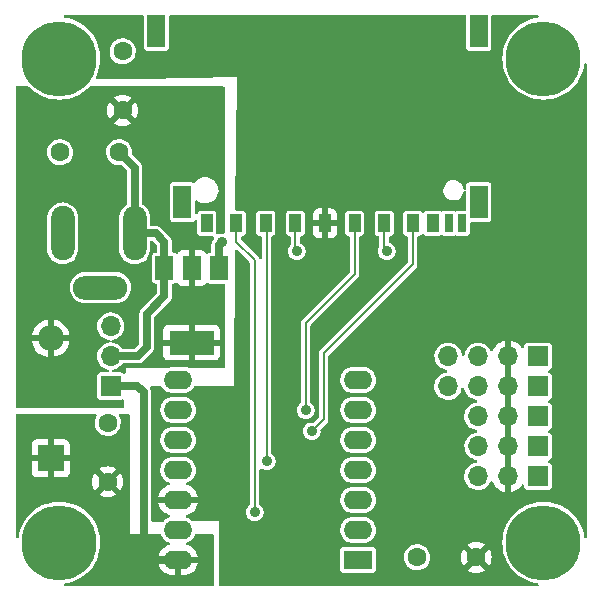
<source format=gtl>
%TF.GenerationSoftware,KiCad,Pcbnew,(6.0.1)*%
%TF.CreationDate,2022-08-13T11:54:52-04:00*%
%TF.ProjectId,QTPy49,51545079-3439-42e6-9b69-6361645f7063,rev?*%
%TF.SameCoordinates,PXfffe7320PYffff9cc8*%
%TF.FileFunction,Copper,L1,Top*%
%TF.FilePolarity,Positive*%
%FSLAX46Y46*%
G04 Gerber Fmt 4.6, Leading zero omitted, Abs format (unit mm)*
G04 Created by KiCad (PCBNEW (6.0.1)) date 2022-08-13 11:54:52*
%MOMM*%
%LPD*%
G01*
G04 APERTURE LIST*
%TA.AperFunction,SMDPad,CuDef*%
%ADD10R,1.500000X2.000000*%
%TD*%
%TA.AperFunction,SMDPad,CuDef*%
%ADD11R,3.800000X2.000000*%
%TD*%
%TA.AperFunction,ComponentPad*%
%ADD12R,1.700000X1.700000*%
%TD*%
%TA.AperFunction,ComponentPad*%
%ADD13O,1.700000X1.700000*%
%TD*%
%TA.AperFunction,ComponentPad*%
%ADD14C,6.350000*%
%TD*%
%TA.AperFunction,ComponentPad*%
%ADD15C,1.600000*%
%TD*%
%TA.AperFunction,ComponentPad*%
%ADD16O,2.000000X4.600000*%
%TD*%
%TA.AperFunction,ComponentPad*%
%ADD17O,4.600000X2.000000*%
%TD*%
%TA.AperFunction,SMDPad,CuDef*%
%ADD18R,1.000000X1.500000*%
%TD*%
%TA.AperFunction,SMDPad,CuDef*%
%ADD19R,0.700000X1.500000*%
%TD*%
%TA.AperFunction,SMDPad,CuDef*%
%ADD20R,1.500000X2.800000*%
%TD*%
%TA.AperFunction,ComponentPad*%
%ADD21R,2.400000X1.600000*%
%TD*%
%TA.AperFunction,ComponentPad*%
%ADD22O,2.400000X1.600000*%
%TD*%
%TA.AperFunction,ComponentPad*%
%ADD23R,2.200000X2.200000*%
%TD*%
%TA.AperFunction,ComponentPad*%
%ADD24O,2.200000X2.200000*%
%TD*%
%TA.AperFunction,ViaPad*%
%ADD25C,0.889000*%
%TD*%
%TA.AperFunction,Conductor*%
%ADD26C,0.635000*%
%TD*%
%TA.AperFunction,Conductor*%
%ADD27C,0.203200*%
%TD*%
G04 APERTURE END LIST*
D10*
%TO.P,U2,1,GND*%
%TO.N,GND*%
X17616200Y-21767400D03*
%TO.P,U2,2,VO*%
%TO.N,/VREG*%
X15316200Y-21767400D03*
%TO.P,U2,3,VIN*%
%TO.N,/VIN*%
X13016200Y-21767400D03*
D11*
%TO.P,U2,4,VO*%
%TO.N,/VREG*%
X15316200Y-28067400D03*
%TD*%
D12*
%TO.P,J7,1,Pin_1*%
%TO.N,GND*%
X44648882Y-36855400D03*
D13*
%TO.P,J7,2,Pin_2*%
%TO.N,+3V3*%
X42108882Y-36855400D03*
%TO.P,J7,3,Pin_3*%
%TO.N,/AD2*%
X39568882Y-36855400D03*
%TD*%
D14*
%TO.P,MTG1,1*%
%TO.N,N/C*%
X4101600Y-4025400D03*
%TD*%
%TO.P,MTG2,1*%
%TO.N,N/C*%
X45101600Y-4025400D03*
%TD*%
%TO.P,MTG4,1*%
%TO.N,N/C*%
X45101600Y-45025400D03*
%TD*%
D12*
%TO.P,J8,1,Pin_1*%
%TO.N,GND*%
X44633882Y-39395400D03*
D13*
%TO.P,J8,2,Pin_2*%
%TO.N,+3V3*%
X42093882Y-39395400D03*
%TO.P,J8,3,Pin_3*%
%TO.N,/AD1*%
X39553882Y-39395400D03*
%TD*%
D15*
%TO.P,C5,1*%
%TO.N,+5V*%
X8204200Y-39863400D03*
%TO.P,C5,2*%
%TO.N,GND*%
X8204200Y-34863400D03*
%TD*%
D14*
%TO.P,MTG3,1*%
%TO.N,N/C*%
X4101600Y-45025400D03*
%TD*%
D16*
%TO.P,J1,1,1*%
%TO.N,/VIN*%
X10494200Y-18821400D03*
%TO.P,J1,2,2*%
%TO.N,GND*%
X4394200Y-18821400D03*
D17*
%TO.P,J1,3,3*%
X7594200Y-23421400D03*
%TD*%
D18*
%TO.P,J3,1,CD/DAT3/SS*%
%TO.N,/AD0*%
X19104200Y-17978900D03*
%TO.P,J3,2,CMD/MOSI*%
%TO.N,/AD10_MOSI*%
X21604200Y-17978900D03*
%TO.P,J3,3,VSS*%
%TO.N,GND*%
X24104200Y-17978900D03*
%TO.P,J3,4,VDD*%
%TO.N,+3V3*%
X26604200Y-17978900D03*
%TO.P,J3,5,CLK/SCK*%
%TO.N,/AD8_SCK*%
X29104200Y-17978900D03*
%TO.P,J3,6,VSS*%
%TO.N,GND*%
X31604200Y-17978900D03*
%TO.P,J3,7,DAT0/MISO*%
%TO.N,/AD9_MISO*%
X34024200Y-17978900D03*
%TO.P,J3,8,DAT1*%
%TO.N,unconnected-(J3-Pad8)*%
X35724200Y-17978900D03*
%TO.P,J3,9,DAT2*%
%TO.N,unconnected-(J3-Pad9)*%
X16604200Y-17978900D03*
D19*
%TO.P,J3,10,CARD_DETECT*%
%TO.N,unconnected-(J3-Pad10)*%
X37064200Y-17978900D03*
%TO.P,J3,11,WRITE_PROTECT*%
%TO.N,unconnected-(J3-Pad11)*%
X38204200Y-17978900D03*
D20*
%TO.P,J3,12,SHELL1*%
%TO.N,unconnected-(J3-Pad12)*%
X14534200Y-16178900D03*
%TO.P,J3,13,SHELL2*%
%TO.N,unconnected-(J3-Pad13)*%
X39634200Y-16178900D03*
%TO.P,J3,14,SHELL3*%
%TO.N,unconnected-(J3-Pad14)*%
X39634200Y-1678900D03*
%TO.P,J3,15,SHELL4*%
%TO.N,unconnected-(J3-Pad15)*%
X12334200Y-1678900D03*
%TD*%
D15*
%TO.P,C1,1*%
%TO.N,/VIN*%
X9180200Y-11963400D03*
%TO.P,C1,2*%
%TO.N,GND*%
X4180200Y-11963400D03*
%TD*%
D12*
%TO.P,J6,1,Pin_1*%
%TO.N,GND*%
X44633882Y-34315400D03*
D13*
%TO.P,J6,2,Pin_2*%
%TO.N,+3V3*%
X42093882Y-34315400D03*
%TO.P,J6,3,Pin_3*%
%TO.N,/AD3*%
X39553882Y-34315400D03*
%TD*%
D12*
%TO.P,J5,1,Pin_1*%
%TO.N,GND*%
X44638882Y-31775400D03*
D13*
%TO.P,J5,2,Pin_2*%
%TO.N,+3V3*%
X42098882Y-31775400D03*
%TO.P,J5,3,Pin_3*%
%TO.N,/D4_SDA*%
X39558882Y-31775400D03*
%TO.P,J5,4,Pin_4*%
%TO.N,/D5_SCL*%
X37018882Y-31775400D03*
%TD*%
D12*
%TO.P,J2,1,Pin_1*%
%TO.N,+5V*%
X8458200Y-31760400D03*
D13*
%TO.P,J2,2,Pin_2*%
%TO.N,/VIN*%
X8458200Y-29220400D03*
%TO.P,J2,3,Pin_3*%
%TO.N,GND*%
X8458200Y-26680400D03*
%TD*%
D15*
%TO.P,C6,1*%
%TO.N,+3V3*%
X39406200Y-46253400D03*
%TO.P,C6,2*%
%TO.N,GND*%
X34406200Y-46253400D03*
%TD*%
D21*
%TO.P,BRD1,1,D0/A0/AOUT*%
%TO.N,/AD0*%
X29408882Y-46472682D03*
D22*
%TO.P,BRD1,2,D1/A1/AREF*%
%TO.N,/AD1*%
X29408882Y-43932682D03*
%TO.P,BRD1,3,D2/A2*%
%TO.N,/AD2*%
X29408882Y-41392682D03*
%TO.P,BRD1,4,D3/A3*%
%TO.N,/AD3*%
X29408882Y-38852682D03*
%TO.P,BRD1,5,D4/SDA*%
%TO.N,/D4_SDA*%
X29408882Y-36312682D03*
%TO.P,BRD1,6,D5/SCL*%
%TO.N,/D5_SCL*%
X29408882Y-33772682D03*
%TO.P,BRD1,7,D6/TX/A6*%
%TO.N,/AD6_TX*%
X29408882Y-31232682D03*
%TO.P,BRD1,8,D7/RX/A7*%
%TO.N,/AD7_RX*%
X14168882Y-31232682D03*
%TO.P,BRD1,9,D8/SCK/A8*%
%TO.N,/AD8_SCK*%
X14168882Y-33772682D03*
%TO.P,BRD1,10,D9/MISO/A9*%
%TO.N,/AD9_MISO*%
X14168882Y-36312682D03*
%TO.P,BRD1,11,D10/MOSI/A10*%
%TO.N,/AD10_MOSI*%
X14168882Y-38852682D03*
%TO.P,BRD1,12,3.3V*%
%TO.N,+3V3*%
X14168882Y-41392682D03*
%TO.P,BRD1,13,GND*%
%TO.N,GND*%
X14168882Y-43932682D03*
%TO.P,BRD1,14,5V*%
%TO.N,+5V*%
X14168882Y-46472682D03*
%TD*%
D15*
%TO.P,C4,1*%
%TO.N,/VREG*%
X9474200Y-8407400D03*
%TO.P,C4,2*%
%TO.N,GND*%
X9474200Y-3407400D03*
%TD*%
D12*
%TO.P,J4,1,Pin_1*%
%TO.N,GND*%
X44648882Y-29235400D03*
D13*
%TO.P,J4,2,Pin_2*%
%TO.N,+3V3*%
X42108882Y-29235400D03*
%TO.P,J4,3,Pin_3*%
%TO.N,/AD6_TX*%
X39568882Y-29235400D03*
%TO.P,J4,4,Pin_4*%
%TO.N,/AD7_RX*%
X37028882Y-29235400D03*
%TD*%
D23*
%TO.P,D1,1,K*%
%TO.N,+5V*%
X3378200Y-37871400D03*
D24*
%TO.P,D1,2,A*%
%TO.N,/VREG*%
X3378200Y-27711400D03*
%TD*%
D25*
%TO.N,/AD0*%
X20650200Y-42443400D03*
%TO.N,/AD8_SCK*%
X24968200Y-33807400D03*
%TO.N,/AD9_MISO*%
X25476200Y-35585400D03*
%TO.N,/AD10_MOSI*%
X21666200Y-38125400D03*
%TO.N,GND*%
X17856200Y-19583400D03*
X31826200Y-20345400D03*
X24206200Y-20345400D03*
%TD*%
D26*
%TO.N,+5V*%
X11979482Y-46472682D02*
X14168882Y-46472682D01*
X10729200Y-31760400D02*
X11252200Y-32283400D01*
X8458200Y-31760400D02*
X10729200Y-31760400D01*
X11252200Y-32283400D02*
X11252200Y-45745400D01*
X11252200Y-45745400D02*
X11979482Y-46472682D01*
D27*
%TO.N,/AD0*%
X20650200Y-21107400D02*
X19104200Y-19561400D01*
X20650200Y-42443400D02*
X20650200Y-21107400D01*
X19104200Y-19561400D02*
X19104200Y-17978900D01*
%TO.N,/AD8_SCK*%
X29104200Y-22305400D02*
X24968200Y-26441400D01*
X24968200Y-26441400D02*
X24968200Y-33807400D01*
X29104200Y-17978900D02*
X29104200Y-22305400D01*
%TO.N,/AD9_MISO*%
X26492200Y-28981400D02*
X26492200Y-34569400D01*
X26492200Y-28981400D02*
X34024200Y-21449400D01*
X26492200Y-34569400D02*
X25476200Y-35585400D01*
X34024200Y-21449400D02*
X34024200Y-17978900D01*
%TO.N,/AD10_MOSI*%
X21666200Y-17805400D02*
X21604200Y-17867400D01*
X21666200Y-38125400D02*
X21666200Y-17805400D01*
X21604200Y-17867400D02*
X21604200Y-17978900D01*
D26*
%TO.N,/VIN*%
X11506200Y-25679400D02*
X11506200Y-28473400D01*
X10759200Y-29220400D02*
X8458200Y-29220400D01*
X10494200Y-18821400D02*
X10494200Y-13277400D01*
X11506200Y-28473400D02*
X10759200Y-29220400D01*
X13016200Y-21767400D02*
X13016200Y-24169400D01*
X13016200Y-21767400D02*
X13016200Y-19569400D01*
X13016200Y-19569400D02*
X12268200Y-18821400D01*
X13016200Y-24169400D02*
X11506200Y-25679400D01*
X12268200Y-18821400D02*
X10494200Y-18821400D01*
X10494200Y-13277400D02*
X9180200Y-11963400D01*
D27*
%TO.N,GND*%
X24104200Y-17978900D02*
X24104200Y-20243400D01*
D26*
X17616200Y-19823400D02*
X17856200Y-19583400D01*
X17616200Y-21767400D02*
X17616200Y-19823400D01*
D27*
X31604200Y-20123400D02*
X31826200Y-20345400D01*
X24104200Y-20243400D02*
X24206200Y-20345400D01*
X31604200Y-17978900D02*
X31604200Y-20123400D01*
%TD*%
%TA.AperFunction,Conductor*%
%TO.N,+3V3*%
G36*
X11221021Y-350202D02*
G01*
X11267514Y-403858D01*
X11278900Y-456200D01*
X11278900Y-3124258D01*
X11280196Y-3135152D01*
X11280885Y-3140940D01*
X11282067Y-3150878D01*
X11328236Y-3254819D01*
X11368386Y-3294898D01*
X11400495Y-3326952D01*
X11400497Y-3326953D01*
X11408728Y-3335170D01*
X11512749Y-3381158D01*
X11538842Y-3384200D01*
X13129558Y-3384200D01*
X13140452Y-3382904D01*
X13146793Y-3382150D01*
X13146796Y-3382149D01*
X13156178Y-3381033D01*
X13260119Y-3334864D01*
X13300198Y-3294714D01*
X13332252Y-3262605D01*
X13332253Y-3262603D01*
X13340470Y-3254372D01*
X13386458Y-3150351D01*
X13389500Y-3124258D01*
X13389500Y-456200D01*
X13409502Y-388079D01*
X13463158Y-341586D01*
X13515500Y-330200D01*
X38452900Y-330200D01*
X38521021Y-350202D01*
X38567514Y-403858D01*
X38578900Y-456200D01*
X38578900Y-3124258D01*
X38580196Y-3135152D01*
X38580885Y-3140940D01*
X38582067Y-3150878D01*
X38628236Y-3254819D01*
X38668386Y-3294898D01*
X38700495Y-3326952D01*
X38700497Y-3326953D01*
X38708728Y-3335170D01*
X38812749Y-3381158D01*
X38838842Y-3384200D01*
X40429558Y-3384200D01*
X40440452Y-3382904D01*
X40446793Y-3382150D01*
X40446796Y-3382149D01*
X40456178Y-3381033D01*
X40560119Y-3334864D01*
X40600198Y-3294714D01*
X40632252Y-3262605D01*
X40632253Y-3262603D01*
X40640470Y-3254372D01*
X40686458Y-3150351D01*
X40689500Y-3124258D01*
X40689500Y-456200D01*
X40709502Y-388079D01*
X40763158Y-341586D01*
X40815500Y-330200D01*
X44583538Y-330200D01*
X44651659Y-350202D01*
X44698152Y-403858D01*
X44708256Y-474132D01*
X44678762Y-538712D01*
X44619036Y-577096D01*
X44603250Y-580649D01*
X44377012Y-616481D01*
X44024652Y-710896D01*
X43684092Y-841625D01*
X43681152Y-843123D01*
X43362003Y-1005737D01*
X43361996Y-1005741D01*
X43359062Y-1007236D01*
X43053124Y-1205914D01*
X42769629Y-1435484D01*
X42511684Y-1693429D01*
X42282114Y-1976924D01*
X42083436Y-2282862D01*
X42081941Y-2285796D01*
X42081937Y-2285803D01*
X41988764Y-2468666D01*
X41917825Y-2607892D01*
X41787096Y-2948452D01*
X41692681Y-3300812D01*
X41635616Y-3661110D01*
X41616524Y-4025400D01*
X41635616Y-4389690D01*
X41636129Y-4392930D01*
X41636130Y-4392938D01*
X41654344Y-4507938D01*
X41692681Y-4749988D01*
X41787096Y-5102348D01*
X41917825Y-5442908D01*
X41919323Y-5445848D01*
X42070564Y-5742675D01*
X42083436Y-5767938D01*
X42085232Y-5770704D01*
X42085234Y-5770707D01*
X42215639Y-5971513D01*
X42282114Y-6073876D01*
X42511684Y-6357371D01*
X42769629Y-6615316D01*
X43053124Y-6844886D01*
X43359062Y-7043564D01*
X43361996Y-7045059D01*
X43362003Y-7045063D01*
X43681152Y-7207677D01*
X43684092Y-7209175D01*
X44024652Y-7339904D01*
X44377012Y-7434319D01*
X44568587Y-7464661D01*
X44734062Y-7490870D01*
X44734070Y-7490871D01*
X44737310Y-7491384D01*
X45101600Y-7510476D01*
X45465890Y-7491384D01*
X45469130Y-7490871D01*
X45469138Y-7490870D01*
X45634613Y-7464661D01*
X45826188Y-7434319D01*
X46178548Y-7339904D01*
X46519108Y-7209175D01*
X46522048Y-7207677D01*
X46841197Y-7045063D01*
X46841204Y-7045059D01*
X46844138Y-7043564D01*
X47150076Y-6844886D01*
X47433571Y-6615316D01*
X47691516Y-6357371D01*
X47921086Y-6073876D01*
X47987561Y-5971513D01*
X48117966Y-5770707D01*
X48117968Y-5770704D01*
X48119764Y-5767938D01*
X48132637Y-5742675D01*
X48283877Y-5445848D01*
X48285375Y-5442908D01*
X48416104Y-5102348D01*
X48510519Y-4749988D01*
X48546351Y-4523751D01*
X48576763Y-4459598D01*
X48637031Y-4422071D01*
X48708021Y-4423085D01*
X48767193Y-4462318D01*
X48795761Y-4527313D01*
X48796800Y-4543462D01*
X48796800Y-44507338D01*
X48776798Y-44575459D01*
X48723142Y-44621952D01*
X48652868Y-44632056D01*
X48588288Y-44602562D01*
X48549904Y-44542836D01*
X48546351Y-44527049D01*
X48525419Y-44394890D01*
X48510519Y-44300812D01*
X48416104Y-43948452D01*
X48285375Y-43607892D01*
X48166359Y-43374310D01*
X48121263Y-43285803D01*
X48121259Y-43285796D01*
X48119764Y-43282862D01*
X48079180Y-43220367D01*
X47937392Y-43002033D01*
X47921086Y-42976924D01*
X47691516Y-42693429D01*
X47433571Y-42435484D01*
X47150076Y-42205914D01*
X46890668Y-42037453D01*
X46846907Y-42009034D01*
X46846904Y-42009032D01*
X46844138Y-42007236D01*
X46841204Y-42005741D01*
X46841197Y-42005737D01*
X46522048Y-41843123D01*
X46519108Y-41841625D01*
X46276082Y-41748336D01*
X46181638Y-41712082D01*
X46181636Y-41712081D01*
X46178548Y-41710896D01*
X45826188Y-41616481D01*
X45634613Y-41586139D01*
X45469138Y-41559930D01*
X45469130Y-41559929D01*
X45465890Y-41559416D01*
X45101600Y-41540324D01*
X44737310Y-41559416D01*
X44734070Y-41559929D01*
X44734062Y-41559930D01*
X44568587Y-41586139D01*
X44377012Y-41616481D01*
X44024652Y-41710896D01*
X44021564Y-41712081D01*
X44021562Y-41712082D01*
X43927118Y-41748336D01*
X43684092Y-41841625D01*
X43681152Y-41843123D01*
X43362003Y-42005737D01*
X43361996Y-42005741D01*
X43359062Y-42007236D01*
X43356296Y-42009032D01*
X43356293Y-42009034D01*
X43312532Y-42037453D01*
X43053124Y-42205914D01*
X42769629Y-42435484D01*
X42511684Y-42693429D01*
X42282114Y-42976924D01*
X42265808Y-43002033D01*
X42124021Y-43220367D01*
X42083436Y-43282862D01*
X42081941Y-43285796D01*
X42081937Y-43285803D01*
X42036841Y-43374310D01*
X41917825Y-43607892D01*
X41787096Y-43948452D01*
X41692681Y-44300812D01*
X41677781Y-44394890D01*
X41636852Y-44653307D01*
X41635616Y-44661110D01*
X41616524Y-45025400D01*
X41635616Y-45389690D01*
X41636129Y-45392930D01*
X41636130Y-45392938D01*
X41658152Y-45531976D01*
X41692681Y-45749988D01*
X41787096Y-46102348D01*
X41788281Y-46105436D01*
X41788282Y-46105438D01*
X41815032Y-46175124D01*
X41917825Y-46442908D01*
X41919323Y-46445848D01*
X42009174Y-46622190D01*
X42083436Y-46767938D01*
X42085232Y-46770704D01*
X42085234Y-46770707D01*
X42157594Y-46882131D01*
X42282114Y-47073876D01*
X42511684Y-47357371D01*
X42769629Y-47615316D01*
X43053124Y-47844886D01*
X43359062Y-48043564D01*
X43361996Y-48045059D01*
X43362003Y-48045063D01*
X43681152Y-48207677D01*
X43684092Y-48209175D01*
X44024652Y-48339904D01*
X44377012Y-48434319D01*
X44603249Y-48470151D01*
X44667402Y-48500563D01*
X44704929Y-48560831D01*
X44703915Y-48631821D01*
X44664682Y-48690993D01*
X44599687Y-48719561D01*
X44583538Y-48720600D01*
X17728200Y-48720600D01*
X17660079Y-48700598D01*
X17613586Y-48646942D01*
X17602200Y-48594600D01*
X17602200Y-47318040D01*
X27903582Y-47318040D01*
X27904644Y-47326966D01*
X27905567Y-47334722D01*
X27906749Y-47344660D01*
X27952918Y-47448601D01*
X27989271Y-47484890D01*
X28025177Y-47520734D01*
X28025179Y-47520735D01*
X28033410Y-47528952D01*
X28137431Y-47574940D01*
X28163524Y-47577982D01*
X30654240Y-47577982D01*
X30665134Y-47576686D01*
X30671475Y-47575932D01*
X30671478Y-47575931D01*
X30680860Y-47574815D01*
X30784801Y-47528646D01*
X30828480Y-47484890D01*
X30856934Y-47456387D01*
X30856935Y-47456385D01*
X30865152Y-47448154D01*
X30911140Y-47344133D01*
X30914182Y-47318040D01*
X30914182Y-46224343D01*
X33296545Y-46224343D01*
X33309831Y-46427048D01*
X33311252Y-46432644D01*
X33311253Y-46432649D01*
X33332932Y-46518007D01*
X33359835Y-46623937D01*
X33444881Y-46808417D01*
X33562123Y-46974310D01*
X33566257Y-46978337D01*
X33668916Y-47078343D01*
X33707632Y-47116059D01*
X33712428Y-47119264D01*
X33712431Y-47119266D01*
X33830554Y-47198193D01*
X33876537Y-47228918D01*
X33881840Y-47231196D01*
X33881843Y-47231198D01*
X34040847Y-47299511D01*
X34063180Y-47309106D01*
X34135581Y-47325488D01*
X34255674Y-47352663D01*
X34255679Y-47352664D01*
X34261311Y-47353938D01*
X34267082Y-47354165D01*
X34267084Y-47354165D01*
X34326001Y-47356480D01*
X34464295Y-47361914D01*
X34586929Y-47344133D01*
X34619146Y-47339462D01*
X38684693Y-47339462D01*
X38693989Y-47351477D01*
X38745194Y-47387331D01*
X38754689Y-47392814D01*
X38952147Y-47484890D01*
X38962439Y-47488636D01*
X39172888Y-47545025D01*
X39183681Y-47546928D01*
X39400725Y-47565917D01*
X39411675Y-47565917D01*
X39628719Y-47546928D01*
X39639512Y-47545025D01*
X39849961Y-47488636D01*
X39860253Y-47484890D01*
X40057711Y-47392814D01*
X40067206Y-47387331D01*
X40119248Y-47350891D01*
X40127624Y-47340412D01*
X40120556Y-47326966D01*
X39419012Y-46625422D01*
X39405068Y-46617808D01*
X39403235Y-46617939D01*
X39396620Y-46622190D01*
X38691123Y-47327687D01*
X38684693Y-47339462D01*
X34619146Y-47339462D01*
X34659611Y-47333595D01*
X34659615Y-47333594D01*
X34665333Y-47332765D01*
X34670805Y-47330907D01*
X34670807Y-47330907D01*
X34852228Y-47269322D01*
X34852230Y-47269321D01*
X34857692Y-47267467D01*
X35034931Y-47168209D01*
X35191113Y-47038313D01*
X35321009Y-46882131D01*
X35420267Y-46704892D01*
X35422122Y-46699428D01*
X35483707Y-46518007D01*
X35483707Y-46518005D01*
X35485565Y-46512533D01*
X35496108Y-46439823D01*
X35501471Y-46402833D01*
X35514714Y-46311495D01*
X35516092Y-46258875D01*
X38093683Y-46258875D01*
X38112672Y-46475919D01*
X38114575Y-46486712D01*
X38170964Y-46697161D01*
X38174710Y-46707453D01*
X38266786Y-46904911D01*
X38272269Y-46914406D01*
X38308709Y-46966448D01*
X38319188Y-46974824D01*
X38332634Y-46967756D01*
X39034178Y-46266212D01*
X39040556Y-46254532D01*
X39770608Y-46254532D01*
X39770739Y-46256365D01*
X39774990Y-46262980D01*
X40480487Y-46968477D01*
X40492262Y-46974907D01*
X40504277Y-46965611D01*
X40540131Y-46914406D01*
X40545614Y-46904911D01*
X40637690Y-46707453D01*
X40641436Y-46697161D01*
X40697825Y-46486712D01*
X40699728Y-46475919D01*
X40718717Y-46258875D01*
X40718717Y-46247925D01*
X40699728Y-46030881D01*
X40697825Y-46020088D01*
X40641436Y-45809639D01*
X40637690Y-45799347D01*
X40545614Y-45601889D01*
X40540131Y-45592394D01*
X40503691Y-45540352D01*
X40493212Y-45531976D01*
X40479766Y-45539044D01*
X39778222Y-46240588D01*
X39770608Y-46254532D01*
X39040556Y-46254532D01*
X39041792Y-46252268D01*
X39041661Y-46250435D01*
X39037410Y-46243820D01*
X38331913Y-45538323D01*
X38320138Y-45531893D01*
X38308123Y-45541189D01*
X38272269Y-45592394D01*
X38266786Y-45601889D01*
X38174710Y-45799347D01*
X38170964Y-45809639D01*
X38114575Y-46020088D01*
X38112672Y-46030881D01*
X38093683Y-46247925D01*
X38093683Y-46258875D01*
X35516092Y-46258875D01*
X35516235Y-46253400D01*
X35497647Y-46051112D01*
X35442507Y-45855599D01*
X35352660Y-45673408D01*
X35253928Y-45541189D01*
X35234570Y-45515266D01*
X35234569Y-45515265D01*
X35231117Y-45510642D01*
X35226881Y-45506726D01*
X35086186Y-45376669D01*
X35086183Y-45376667D01*
X35081946Y-45372750D01*
X35035407Y-45343386D01*
X34915029Y-45267433D01*
X34915024Y-45267431D01*
X34910145Y-45264352D01*
X34721467Y-45189077D01*
X34607403Y-45166388D01*
X38684776Y-45166388D01*
X38691844Y-45179834D01*
X39393388Y-45881378D01*
X39407332Y-45888992D01*
X39409165Y-45888861D01*
X39415780Y-45884610D01*
X40121277Y-45179113D01*
X40127707Y-45167338D01*
X40118411Y-45155323D01*
X40067206Y-45119469D01*
X40057711Y-45113986D01*
X39860253Y-45021910D01*
X39849961Y-45018164D01*
X39639512Y-44961775D01*
X39628719Y-44959872D01*
X39411675Y-44940883D01*
X39400725Y-44940883D01*
X39183681Y-44959872D01*
X39172888Y-44961775D01*
X38962439Y-45018164D01*
X38952147Y-45021910D01*
X38754689Y-45113986D01*
X38745194Y-45119469D01*
X38693152Y-45155909D01*
X38684776Y-45166388D01*
X34607403Y-45166388D01*
X34522230Y-45149446D01*
X34516455Y-45149370D01*
X34516451Y-45149370D01*
X34414962Y-45148042D01*
X34319108Y-45146787D01*
X34313411Y-45147766D01*
X34313410Y-45147766D01*
X34124599Y-45180210D01*
X34118902Y-45181189D01*
X33928318Y-45251499D01*
X33753738Y-45355363D01*
X33601009Y-45489302D01*
X33475246Y-45648832D01*
X33472557Y-45653943D01*
X33472555Y-45653946D01*
X33462316Y-45673408D01*
X33380661Y-45828608D01*
X33320422Y-46022611D01*
X33296545Y-46224343D01*
X30914182Y-46224343D01*
X30914182Y-45627324D01*
X30912886Y-45616430D01*
X30912132Y-45610089D01*
X30912131Y-45610086D01*
X30911015Y-45600704D01*
X30864846Y-45496763D01*
X30824696Y-45456684D01*
X30792587Y-45424630D01*
X30792585Y-45424629D01*
X30784354Y-45416412D01*
X30680333Y-45370424D01*
X30654240Y-45367382D01*
X28163524Y-45367382D01*
X28152630Y-45368678D01*
X28146289Y-45369432D01*
X28146286Y-45369433D01*
X28136904Y-45370549D01*
X28032963Y-45416718D01*
X28007967Y-45441758D01*
X27960830Y-45488977D01*
X27960829Y-45488979D01*
X27952612Y-45497210D01*
X27906624Y-45601231D01*
X27903582Y-45627324D01*
X27903582Y-47318040D01*
X17602200Y-47318040D01*
X17602200Y-43878443D01*
X27899880Y-43878443D01*
X27909631Y-44089129D01*
X27959046Y-44294169D01*
X28046342Y-44486167D01*
X28168369Y-44658193D01*
X28320724Y-44804041D01*
X28497909Y-44918448D01*
X28503475Y-44920691D01*
X28687963Y-44995042D01*
X28687966Y-44995043D01*
X28693532Y-44997286D01*
X28797208Y-45017533D01*
X28896087Y-45036843D01*
X28896090Y-45036843D01*
X28900533Y-45037711D01*
X28906074Y-45037982D01*
X29861581Y-45037982D01*
X30018840Y-45022978D01*
X30221222Y-44963606D01*
X30228472Y-44959872D01*
X30403395Y-44869781D01*
X30403398Y-44869779D01*
X30408726Y-44867035D01*
X30574586Y-44736750D01*
X30578518Y-44732219D01*
X30578521Y-44732216D01*
X30708886Y-44581983D01*
X30712817Y-44577453D01*
X30715817Y-44572267D01*
X30715820Y-44572263D01*
X30815426Y-44400086D01*
X30818432Y-44394890D01*
X30887620Y-44195650D01*
X30917884Y-43986921D01*
X30908133Y-43776235D01*
X30882462Y-43669714D01*
X30860124Y-43577028D01*
X30860123Y-43577026D01*
X30858718Y-43571195D01*
X30771422Y-43379197D01*
X30658756Y-43220367D01*
X30652861Y-43212057D01*
X30652860Y-43212056D01*
X30649395Y-43207171D01*
X30497040Y-43061323D01*
X30319855Y-42946916D01*
X30259373Y-42922541D01*
X30129801Y-42870322D01*
X30129798Y-42870321D01*
X30124232Y-42868078D01*
X29992673Y-42842386D01*
X29921677Y-42828521D01*
X29921674Y-42828521D01*
X29917231Y-42827653D01*
X29911690Y-42827382D01*
X28956183Y-42827382D01*
X28798924Y-42842386D01*
X28596542Y-42901758D01*
X28591215Y-42904502D01*
X28591214Y-42904502D01*
X28414369Y-42995583D01*
X28414366Y-42995585D01*
X28409038Y-42998329D01*
X28243178Y-43128614D01*
X28239246Y-43133145D01*
X28239243Y-43133148D01*
X28172205Y-43210403D01*
X28104947Y-43287911D01*
X28101947Y-43293097D01*
X28101944Y-43293101D01*
X28054964Y-43374310D01*
X27999332Y-43470474D01*
X27930144Y-43669714D01*
X27899880Y-43878443D01*
X17602200Y-43878443D01*
X17602200Y-43205400D01*
X16791189Y-43210403D01*
X15472636Y-43218537D01*
X15404393Y-43198955D01*
X15384729Y-43183557D01*
X15261376Y-43065472D01*
X15261365Y-43065463D01*
X15257040Y-43061323D01*
X15079855Y-42946916D01*
X14927362Y-42885460D01*
X14871656Y-42841445D01*
X14848589Y-42774300D01*
X14865486Y-42705343D01*
X14916981Y-42656468D01*
X14941849Y-42646887D01*
X15012643Y-42627918D01*
X15022935Y-42624172D01*
X15220393Y-42532096D01*
X15229889Y-42526613D01*
X15408349Y-42401654D01*
X15416757Y-42394598D01*
X15570798Y-42240557D01*
X15577854Y-42232149D01*
X15702813Y-42053689D01*
X15708296Y-42044193D01*
X15800372Y-41846735D01*
X15804118Y-41836443D01*
X15850276Y-41664179D01*
X15849940Y-41650083D01*
X15841998Y-41646682D01*
X12500915Y-41646682D01*
X12487384Y-41650655D01*
X12486155Y-41659204D01*
X12533646Y-41836443D01*
X12537392Y-41846735D01*
X12629468Y-42044193D01*
X12634951Y-42053689D01*
X12759910Y-42232149D01*
X12766966Y-42240557D01*
X12921007Y-42394598D01*
X12929415Y-42401654D01*
X13107875Y-42526613D01*
X13117371Y-42532096D01*
X13314829Y-42624172D01*
X13325121Y-42627918D01*
X13395683Y-42646825D01*
X13456306Y-42683777D01*
X13487327Y-42747638D01*
X13478899Y-42818132D01*
X13433696Y-42872879D01*
X13398541Y-42889437D01*
X13356542Y-42901758D01*
X13351215Y-42904502D01*
X13351214Y-42904502D01*
X13174369Y-42995583D01*
X13174366Y-42995585D01*
X13169038Y-42998329D01*
X13003178Y-43128614D01*
X12948805Y-43191273D01*
X12889054Y-43229613D01*
X12854423Y-43234689D01*
X12286142Y-43238195D01*
X12001777Y-43239949D01*
X11933534Y-43220367D01*
X11886711Y-43166999D01*
X11875000Y-43113951D01*
X11875000Y-41121185D01*
X12487488Y-41121185D01*
X12487824Y-41135281D01*
X12495766Y-41138682D01*
X15836849Y-41138682D01*
X15850380Y-41134709D01*
X15851609Y-41126160D01*
X15804118Y-40948921D01*
X15800372Y-40938629D01*
X15708296Y-40741171D01*
X15702813Y-40731675D01*
X15577854Y-40553215D01*
X15570798Y-40544807D01*
X15416757Y-40390766D01*
X15408349Y-40383710D01*
X15229889Y-40258751D01*
X15220393Y-40253268D01*
X15022935Y-40161192D01*
X15012643Y-40157446D01*
X14942081Y-40138539D01*
X14881458Y-40101587D01*
X14850437Y-40037726D01*
X14858865Y-39967232D01*
X14904068Y-39912485D01*
X14939223Y-39895927D01*
X14981222Y-39883606D01*
X15012851Y-39867316D01*
X15163395Y-39789781D01*
X15163398Y-39789779D01*
X15168726Y-39787035D01*
X15334586Y-39656750D01*
X15338518Y-39652219D01*
X15338521Y-39652216D01*
X15468886Y-39501983D01*
X15472817Y-39497453D01*
X15475817Y-39492267D01*
X15475820Y-39492263D01*
X15575426Y-39320086D01*
X15578432Y-39314890D01*
X15647620Y-39115650D01*
X15649991Y-39099302D01*
X15677023Y-38912861D01*
X15677023Y-38912858D01*
X15677884Y-38906921D01*
X15668133Y-38696235D01*
X15663564Y-38677274D01*
X15620124Y-38497028D01*
X15620123Y-38497026D01*
X15618718Y-38491195D01*
X15614905Y-38482807D01*
X15533902Y-38304652D01*
X15531422Y-38299197D01*
X15437101Y-38166229D01*
X15412861Y-38132057D01*
X15412860Y-38132056D01*
X15409395Y-38127171D01*
X15257040Y-37981323D01*
X15079855Y-37866916D01*
X14974612Y-37824502D01*
X14889801Y-37790322D01*
X14889798Y-37790321D01*
X14884232Y-37788078D01*
X14752673Y-37762386D01*
X14681677Y-37748521D01*
X14681674Y-37748521D01*
X14677231Y-37747653D01*
X14671690Y-37747382D01*
X13716183Y-37747382D01*
X13558924Y-37762386D01*
X13356542Y-37821758D01*
X13351215Y-37824502D01*
X13351214Y-37824502D01*
X13174369Y-37915583D01*
X13174366Y-37915585D01*
X13169038Y-37918329D01*
X13003178Y-38048614D01*
X12999246Y-38053145D01*
X12999243Y-38053148D01*
X12914860Y-38150391D01*
X12864947Y-38207911D01*
X12861947Y-38213097D01*
X12861944Y-38213101D01*
X12812137Y-38299197D01*
X12759332Y-38390474D01*
X12690144Y-38589714D01*
X12689284Y-38595647D01*
X12689283Y-38595650D01*
X12668157Y-38741354D01*
X12659880Y-38798443D01*
X12669631Y-39009129D01*
X12719046Y-39214169D01*
X12721528Y-39219627D01*
X12721529Y-39219631D01*
X12739353Y-39258832D01*
X12806342Y-39406167D01*
X12928369Y-39578193D01*
X13080724Y-39724041D01*
X13257909Y-39838448D01*
X13400534Y-39895927D01*
X13410402Y-39899904D01*
X13466108Y-39943919D01*
X13489175Y-40011064D01*
X13472278Y-40080021D01*
X13420783Y-40128896D01*
X13395915Y-40138477D01*
X13325121Y-40157446D01*
X13314829Y-40161192D01*
X13117371Y-40253268D01*
X13107875Y-40258751D01*
X12929415Y-40383710D01*
X12921007Y-40390766D01*
X12766966Y-40544807D01*
X12759910Y-40553215D01*
X12634951Y-40731675D01*
X12629468Y-40741171D01*
X12537392Y-40938629D01*
X12533646Y-40948921D01*
X12487488Y-41121185D01*
X11875000Y-41121185D01*
X11875000Y-36258443D01*
X12659880Y-36258443D01*
X12669631Y-36469129D01*
X12719046Y-36674169D01*
X12721528Y-36679627D01*
X12721529Y-36679631D01*
X12730767Y-36699949D01*
X12806342Y-36866167D01*
X12928369Y-37038193D01*
X13080724Y-37184041D01*
X13257909Y-37298448D01*
X13263475Y-37300691D01*
X13447963Y-37375042D01*
X13447966Y-37375043D01*
X13453532Y-37377286D01*
X13557208Y-37397533D01*
X13656087Y-37416843D01*
X13656090Y-37416843D01*
X13660533Y-37417711D01*
X13666074Y-37417982D01*
X14621581Y-37417982D01*
X14778840Y-37402978D01*
X14981222Y-37343606D01*
X15075218Y-37295195D01*
X15163395Y-37249781D01*
X15163398Y-37249779D01*
X15168726Y-37247035D01*
X15334586Y-37116750D01*
X15338518Y-37112219D01*
X15338521Y-37112216D01*
X15468886Y-36961983D01*
X15472817Y-36957453D01*
X15475817Y-36952267D01*
X15475820Y-36952263D01*
X15575426Y-36780086D01*
X15578432Y-36774890D01*
X15647620Y-36575650D01*
X15671248Y-36412693D01*
X15677023Y-36372861D01*
X15677023Y-36372858D01*
X15677884Y-36366921D01*
X15668133Y-36156235D01*
X15663564Y-36137274D01*
X15620124Y-35957028D01*
X15620123Y-35957026D01*
X15618718Y-35951195D01*
X15614905Y-35942807D01*
X15533902Y-35764652D01*
X15531422Y-35759197D01*
X15409395Y-35587171D01*
X15257040Y-35441323D01*
X15079855Y-35326916D01*
X14974612Y-35284502D01*
X14889801Y-35250322D01*
X14889798Y-35250321D01*
X14884232Y-35248078D01*
X14752673Y-35222386D01*
X14681677Y-35208521D01*
X14681674Y-35208521D01*
X14677231Y-35207653D01*
X14671690Y-35207382D01*
X13716183Y-35207382D01*
X13558924Y-35222386D01*
X13356542Y-35281758D01*
X13351215Y-35284502D01*
X13351214Y-35284502D01*
X13174369Y-35375583D01*
X13174366Y-35375585D01*
X13169038Y-35378329D01*
X13003178Y-35508614D01*
X12999246Y-35513145D01*
X12999243Y-35513148D01*
X12914860Y-35610391D01*
X12864947Y-35667911D01*
X12861947Y-35673097D01*
X12861944Y-35673101D01*
X12812137Y-35759197D01*
X12759332Y-35850474D01*
X12690144Y-36049714D01*
X12689284Y-36055647D01*
X12689283Y-36055650D01*
X12665606Y-36218949D01*
X12659880Y-36258443D01*
X11875000Y-36258443D01*
X11875000Y-33718443D01*
X12659880Y-33718443D01*
X12669631Y-33929129D01*
X12679713Y-33970964D01*
X12714959Y-34117209D01*
X12719046Y-34134169D01*
X12721528Y-34139627D01*
X12721529Y-34139631D01*
X12729959Y-34158171D01*
X12806342Y-34326167D01*
X12870624Y-34416788D01*
X12917842Y-34483352D01*
X12928369Y-34498193D01*
X13080724Y-34644041D01*
X13257909Y-34758448D01*
X13298089Y-34774641D01*
X13447963Y-34835042D01*
X13447966Y-34835043D01*
X13453532Y-34837286D01*
X13557208Y-34857533D01*
X13656087Y-34876843D01*
X13656090Y-34876843D01*
X13660533Y-34877711D01*
X13666074Y-34877982D01*
X14621581Y-34877982D01*
X14778840Y-34862978D01*
X14981222Y-34803606D01*
X15012851Y-34787316D01*
X15163395Y-34709781D01*
X15163398Y-34709779D01*
X15168726Y-34707035D01*
X15334586Y-34576750D01*
X15338518Y-34572219D01*
X15338521Y-34572216D01*
X15468886Y-34421983D01*
X15472817Y-34417453D01*
X15475817Y-34412267D01*
X15475820Y-34412263D01*
X15575426Y-34240086D01*
X15578432Y-34234890D01*
X15647620Y-34035650D01*
X15657969Y-33964279D01*
X15677023Y-33832861D01*
X15677023Y-33832858D01*
X15677884Y-33826921D01*
X15668133Y-33616235D01*
X15663564Y-33597274D01*
X15620124Y-33417028D01*
X15620123Y-33417026D01*
X15618718Y-33411195D01*
X15614905Y-33402807D01*
X15533902Y-33224652D01*
X15531422Y-33219197D01*
X15409395Y-33047171D01*
X15257040Y-32901323D01*
X15079855Y-32786916D01*
X14974612Y-32744502D01*
X14889801Y-32710322D01*
X14889798Y-32710321D01*
X14884232Y-32708078D01*
X14749934Y-32681851D01*
X14681677Y-32668521D01*
X14681674Y-32668521D01*
X14677231Y-32667653D01*
X14671690Y-32667382D01*
X13716183Y-32667382D01*
X13558924Y-32682386D01*
X13356542Y-32741758D01*
X13351215Y-32744502D01*
X13351214Y-32744502D01*
X13174369Y-32835583D01*
X13174366Y-32835585D01*
X13169038Y-32838329D01*
X13003178Y-32968614D01*
X12999246Y-32973145D01*
X12999243Y-32973148D01*
X12893658Y-33094824D01*
X12864947Y-33127911D01*
X12861947Y-33133097D01*
X12861944Y-33133101D01*
X12812981Y-33217738D01*
X12759332Y-33310474D01*
X12690144Y-33509714D01*
X12689284Y-33515647D01*
X12689283Y-33515650D01*
X12665606Y-33678949D01*
X12659880Y-33718443D01*
X11875000Y-33718443D01*
X11875000Y-32360763D01*
X11875514Y-32349864D01*
X11877165Y-32342477D01*
X11875062Y-32275576D01*
X11875000Y-32271617D01*
X11875000Y-32244217D01*
X11874504Y-32240292D01*
X11874485Y-32239989D01*
X11873583Y-32228545D01*
X11873337Y-32220691D01*
X11872221Y-32185199D01*
X11866713Y-32166240D01*
X11862703Y-32146878D01*
X11861221Y-32135146D01*
X11860228Y-32127285D01*
X11844262Y-32086959D01*
X11840417Y-32075729D01*
X11830532Y-32041704D01*
X11830531Y-32041702D01*
X11828320Y-32034091D01*
X11818269Y-32017095D01*
X11809573Y-31999343D01*
X11805220Y-31988349D01*
X11802302Y-31980979D01*
X11797644Y-31974567D01*
X11793824Y-31967619D01*
X11795084Y-31966926D01*
X11774115Y-31908147D01*
X11790199Y-31838996D01*
X11841116Y-31789518D01*
X11899910Y-31774961D01*
X12733310Y-31774983D01*
X12801429Y-31794986D01*
X12836073Y-31828080D01*
X12928369Y-31958193D01*
X13080724Y-32104041D01*
X13257909Y-32218448D01*
X13263475Y-32220691D01*
X13447963Y-32295042D01*
X13447966Y-32295043D01*
X13453532Y-32297286D01*
X13557208Y-32317533D01*
X13656087Y-32336843D01*
X13656090Y-32336843D01*
X13660533Y-32337711D01*
X13666074Y-32337982D01*
X14621581Y-32337982D01*
X14778840Y-32322978D01*
X14981222Y-32263606D01*
X15023468Y-32241848D01*
X15163395Y-32169781D01*
X15163398Y-32169779D01*
X15168726Y-32167035D01*
X15334586Y-32036750D01*
X15338518Y-32032219D01*
X15338521Y-32032216D01*
X15468886Y-31881983D01*
X15472817Y-31877453D01*
X15495663Y-31837962D01*
X15547089Y-31789014D01*
X15604730Y-31775058D01*
X16225294Y-31775074D01*
X18853880Y-31775144D01*
X18871995Y-31775144D01*
X18872232Y-31750794D01*
X18983312Y-20318915D01*
X19003975Y-20250992D01*
X19058080Y-20205022D01*
X19128449Y-20195602D01*
X19192740Y-20225721D01*
X19198401Y-20231044D01*
X20206395Y-21239038D01*
X20240421Y-21301350D01*
X20243300Y-21328133D01*
X20243300Y-41743317D01*
X20223298Y-41811438D01*
X20194873Y-41842606D01*
X20191654Y-41845121D01*
X20185656Y-41848811D01*
X20065470Y-41966506D01*
X19974346Y-42107903D01*
X19971935Y-42114526D01*
X19971934Y-42114529D01*
X19919223Y-42259352D01*
X19919222Y-42259357D01*
X19916813Y-42265975D01*
X19895730Y-42432865D01*
X19912145Y-42600279D01*
X19965242Y-42759895D01*
X19968891Y-42765920D01*
X20016224Y-42844075D01*
X20052383Y-42903781D01*
X20169236Y-43024786D01*
X20175128Y-43028641D01*
X20175132Y-43028645D01*
X20304097Y-43113037D01*
X20309993Y-43116895D01*
X20316597Y-43119351D01*
X20316599Y-43119352D01*
X20413383Y-43155346D01*
X20467659Y-43175531D01*
X20545336Y-43185895D01*
X20627417Y-43196848D01*
X20627421Y-43196848D01*
X20634398Y-43197779D01*
X20641409Y-43197141D01*
X20641413Y-43197141D01*
X20794901Y-43183172D01*
X20801922Y-43182533D01*
X20808624Y-43180355D01*
X20808626Y-43180355D01*
X20955205Y-43132728D01*
X20961905Y-43130551D01*
X20980692Y-43119352D01*
X21100345Y-43048025D01*
X21100347Y-43048024D01*
X21106397Y-43044417D01*
X21228214Y-42928412D01*
X21321304Y-42788300D01*
X21361009Y-42683777D01*
X21378539Y-42637630D01*
X21378540Y-42637625D01*
X21381039Y-42631047D01*
X21399740Y-42497982D01*
X21403899Y-42468391D01*
X21403899Y-42468386D01*
X21404450Y-42464468D01*
X21404744Y-42443400D01*
X21385993Y-42276232D01*
X21330672Y-42117372D01*
X21321052Y-42101976D01*
X21245264Y-41980691D01*
X21241531Y-41974717D01*
X21228484Y-41961578D01*
X21127963Y-41860353D01*
X21123000Y-41855355D01*
X21117050Y-41851579D01*
X21115587Y-41850650D01*
X21114851Y-41849810D01*
X21111561Y-41847165D01*
X21112026Y-41846587D01*
X21068788Y-41797261D01*
X21057100Y-41744264D01*
X21057100Y-41338443D01*
X27899880Y-41338443D01*
X27909631Y-41549129D01*
X27911035Y-41554954D01*
X27956431Y-41743317D01*
X27959046Y-41754169D01*
X27961528Y-41759627D01*
X27961529Y-41759631D01*
X28004317Y-41853738D01*
X28046342Y-41946167D01*
X28111096Y-42037453D01*
X28163548Y-42111396D01*
X28168369Y-42118193D01*
X28320724Y-42264041D01*
X28497909Y-42378448D01*
X28555491Y-42401654D01*
X28687963Y-42455042D01*
X28687966Y-42455043D01*
X28693532Y-42457286D01*
X28797208Y-42477533D01*
X28896087Y-42496843D01*
X28896090Y-42496843D01*
X28900533Y-42497711D01*
X28906074Y-42497982D01*
X29861581Y-42497982D01*
X30018840Y-42482978D01*
X30221222Y-42423606D01*
X30226550Y-42420862D01*
X30403395Y-42329781D01*
X30403398Y-42329779D01*
X30408726Y-42327035D01*
X30574586Y-42196750D01*
X30578518Y-42192219D01*
X30578521Y-42192216D01*
X30708886Y-42041983D01*
X30712817Y-42037453D01*
X30715817Y-42032267D01*
X30715820Y-42032263D01*
X30815426Y-41860086D01*
X30818432Y-41854890D01*
X30887620Y-41655650D01*
X30888921Y-41646682D01*
X30917023Y-41452861D01*
X30917023Y-41452858D01*
X30917884Y-41446921D01*
X30908133Y-41236235D01*
X30882462Y-41129714D01*
X30860124Y-41037028D01*
X30860123Y-41037026D01*
X30858718Y-41031195D01*
X30821311Y-40948921D01*
X30773902Y-40844652D01*
X30771422Y-40839197D01*
X30649395Y-40667171D01*
X30497040Y-40521323D01*
X30319855Y-40406916D01*
X30214612Y-40364502D01*
X30129801Y-40330322D01*
X30129798Y-40330321D01*
X30124232Y-40328078D01*
X29992673Y-40302386D01*
X29921677Y-40288521D01*
X29921674Y-40288521D01*
X29917231Y-40287653D01*
X29911690Y-40287382D01*
X28956183Y-40287382D01*
X28798924Y-40302386D01*
X28596542Y-40361758D01*
X28591215Y-40364502D01*
X28591214Y-40364502D01*
X28414369Y-40455583D01*
X28414366Y-40455585D01*
X28409038Y-40458329D01*
X28243178Y-40588614D01*
X28239246Y-40593145D01*
X28239243Y-40593148D01*
X28133970Y-40714465D01*
X28104947Y-40747911D01*
X28101947Y-40753097D01*
X28101944Y-40753101D01*
X28087419Y-40778209D01*
X27999332Y-40930474D01*
X27930144Y-41129714D01*
X27929284Y-41135647D01*
X27929283Y-41135650D01*
X27915544Y-41230408D01*
X27899880Y-41338443D01*
X21057100Y-41338443D01*
X21057100Y-38855968D01*
X21077102Y-38787847D01*
X21130758Y-38741354D01*
X21201032Y-38731250D01*
X21252093Y-38750536D01*
X21311135Y-38789172D01*
X21325993Y-38798895D01*
X21332597Y-38801351D01*
X21332599Y-38801352D01*
X21368566Y-38814728D01*
X21483659Y-38857531D01*
X21561336Y-38867895D01*
X21643417Y-38878848D01*
X21643421Y-38878848D01*
X21650398Y-38879779D01*
X21657409Y-38879141D01*
X21657413Y-38879141D01*
X21810901Y-38865172D01*
X21817922Y-38864533D01*
X21824624Y-38862355D01*
X21824626Y-38862355D01*
X21971205Y-38814728D01*
X21977905Y-38812551D01*
X21983956Y-38808944D01*
X22001572Y-38798443D01*
X27899880Y-38798443D01*
X27909631Y-39009129D01*
X27959046Y-39214169D01*
X27961528Y-39219627D01*
X27961529Y-39219631D01*
X27979353Y-39258832D01*
X28046342Y-39406167D01*
X28168369Y-39578193D01*
X28320724Y-39724041D01*
X28497909Y-39838448D01*
X28503475Y-39840691D01*
X28687963Y-39915042D01*
X28687966Y-39915043D01*
X28693532Y-39917286D01*
X28797208Y-39937533D01*
X28896087Y-39956843D01*
X28896090Y-39956843D01*
X28900533Y-39957711D01*
X28906074Y-39957982D01*
X29861581Y-39957982D01*
X30018840Y-39942978D01*
X30221222Y-39883606D01*
X30252851Y-39867316D01*
X30403395Y-39789781D01*
X30403398Y-39789779D01*
X30408726Y-39787035D01*
X30574586Y-39656750D01*
X30578518Y-39652219D01*
X30578521Y-39652216D01*
X30708886Y-39501983D01*
X30712817Y-39497453D01*
X30715817Y-39492267D01*
X30715820Y-39492263D01*
X30815426Y-39320086D01*
X30818432Y-39314890D01*
X30887620Y-39115650D01*
X30889991Y-39099302D01*
X30917023Y-38912861D01*
X30917023Y-38912858D01*
X30917884Y-38906921D01*
X30908133Y-38696235D01*
X30903564Y-38677274D01*
X30860124Y-38497028D01*
X30860123Y-38497026D01*
X30858718Y-38491195D01*
X30854905Y-38482807D01*
X30773902Y-38304652D01*
X30771422Y-38299197D01*
X30677101Y-38166229D01*
X30652861Y-38132057D01*
X30652860Y-38132056D01*
X30649395Y-38127171D01*
X30497040Y-37981323D01*
X30319855Y-37866916D01*
X30214612Y-37824502D01*
X30129801Y-37790322D01*
X30129798Y-37790321D01*
X30124232Y-37788078D01*
X29992673Y-37762386D01*
X29921677Y-37748521D01*
X29921674Y-37748521D01*
X29917231Y-37747653D01*
X29911690Y-37747382D01*
X28956183Y-37747382D01*
X28798924Y-37762386D01*
X28596542Y-37821758D01*
X28591215Y-37824502D01*
X28591214Y-37824502D01*
X28414369Y-37915583D01*
X28414366Y-37915585D01*
X28409038Y-37918329D01*
X28243178Y-38048614D01*
X28239246Y-38053145D01*
X28239243Y-38053148D01*
X28154860Y-38150391D01*
X28104947Y-38207911D01*
X28101947Y-38213097D01*
X28101944Y-38213101D01*
X28052137Y-38299197D01*
X27999332Y-38390474D01*
X27930144Y-38589714D01*
X27929284Y-38595647D01*
X27929283Y-38595650D01*
X27908157Y-38741354D01*
X27899880Y-38798443D01*
X22001572Y-38798443D01*
X22116345Y-38730025D01*
X22116347Y-38730024D01*
X22122397Y-38726417D01*
X22244214Y-38610412D01*
X22337304Y-38470300D01*
X22377421Y-38364692D01*
X22394539Y-38319630D01*
X22394540Y-38319625D01*
X22397039Y-38313047D01*
X22398219Y-38304652D01*
X22419899Y-38150391D01*
X22419899Y-38150386D01*
X22420450Y-38146468D01*
X22420744Y-38125400D01*
X22401993Y-37958232D01*
X22346672Y-37799372D01*
X22338328Y-37786018D01*
X22261264Y-37662691D01*
X22257531Y-37656717D01*
X22139000Y-37537355D01*
X22133050Y-37533579D01*
X22131587Y-37532650D01*
X22130851Y-37531810D01*
X22127561Y-37529165D01*
X22128026Y-37528587D01*
X22084788Y-37479261D01*
X22073100Y-37426264D01*
X22073100Y-35574865D01*
X24721730Y-35574865D01*
X24738145Y-35742279D01*
X24791242Y-35901895D01*
X24878383Y-36045781D01*
X24883274Y-36050846D01*
X24883275Y-36050847D01*
X24896499Y-36064541D01*
X24995236Y-36166786D01*
X25001128Y-36170641D01*
X25001132Y-36170645D01*
X25126225Y-36252503D01*
X25135993Y-36258895D01*
X25142597Y-36261351D01*
X25142599Y-36261352D01*
X25178566Y-36274728D01*
X25293659Y-36317531D01*
X25371336Y-36327895D01*
X25453417Y-36338848D01*
X25453421Y-36338848D01*
X25460398Y-36339779D01*
X25467409Y-36339141D01*
X25467413Y-36339141D01*
X25620901Y-36325172D01*
X25627922Y-36324533D01*
X25634624Y-36322355D01*
X25634626Y-36322355D01*
X25781205Y-36274728D01*
X25787905Y-36272551D01*
X25793956Y-36268944D01*
X25811572Y-36258443D01*
X27899880Y-36258443D01*
X27909631Y-36469129D01*
X27959046Y-36674169D01*
X27961528Y-36679627D01*
X27961529Y-36679631D01*
X27970767Y-36699949D01*
X28046342Y-36866167D01*
X28168369Y-37038193D01*
X28320724Y-37184041D01*
X28497909Y-37298448D01*
X28503475Y-37300691D01*
X28687963Y-37375042D01*
X28687966Y-37375043D01*
X28693532Y-37377286D01*
X28797208Y-37397533D01*
X28896087Y-37416843D01*
X28896090Y-37416843D01*
X28900533Y-37417711D01*
X28906074Y-37417982D01*
X29861581Y-37417982D01*
X30018840Y-37402978D01*
X30221222Y-37343606D01*
X30315218Y-37295195D01*
X30403395Y-37249781D01*
X30403398Y-37249779D01*
X30408726Y-37247035D01*
X30574586Y-37116750D01*
X30578518Y-37112219D01*
X30578521Y-37112216D01*
X30708886Y-36961983D01*
X30712817Y-36957453D01*
X30715817Y-36952267D01*
X30715820Y-36952263D01*
X30815426Y-36780086D01*
X30818432Y-36774890D01*
X30887620Y-36575650D01*
X30911248Y-36412693D01*
X30917023Y-36372861D01*
X30917023Y-36372858D01*
X30917884Y-36366921D01*
X30908133Y-36156235D01*
X30903564Y-36137274D01*
X30860124Y-35957028D01*
X30860123Y-35957026D01*
X30858718Y-35951195D01*
X30854905Y-35942807D01*
X30773902Y-35764652D01*
X30771422Y-35759197D01*
X30649395Y-35587171D01*
X30497040Y-35441323D01*
X30319855Y-35326916D01*
X30214612Y-35284502D01*
X30129801Y-35250322D01*
X30129798Y-35250321D01*
X30124232Y-35248078D01*
X29992673Y-35222386D01*
X29921677Y-35208521D01*
X29921674Y-35208521D01*
X29917231Y-35207653D01*
X29911690Y-35207382D01*
X28956183Y-35207382D01*
X28798924Y-35222386D01*
X28596542Y-35281758D01*
X28591215Y-35284502D01*
X28591214Y-35284502D01*
X28414369Y-35375583D01*
X28414366Y-35375585D01*
X28409038Y-35378329D01*
X28243178Y-35508614D01*
X28239246Y-35513145D01*
X28239243Y-35513148D01*
X28154860Y-35610391D01*
X28104947Y-35667911D01*
X28101947Y-35673097D01*
X28101944Y-35673101D01*
X28052137Y-35759197D01*
X27999332Y-35850474D01*
X27930144Y-36049714D01*
X27929284Y-36055647D01*
X27929283Y-36055650D01*
X27905606Y-36218949D01*
X27899880Y-36258443D01*
X25811572Y-36258443D01*
X25926345Y-36190025D01*
X25926347Y-36190024D01*
X25932397Y-36186417D01*
X26054214Y-36070412D01*
X26147304Y-35930300D01*
X26187421Y-35824692D01*
X26204539Y-35779630D01*
X26204540Y-35779625D01*
X26207039Y-35773047D01*
X26208219Y-35764652D01*
X26229899Y-35610391D01*
X26229899Y-35610386D01*
X26230450Y-35606468D01*
X26230744Y-35585400D01*
X26219440Y-35484622D01*
X26231724Y-35414697D01*
X26255560Y-35381483D01*
X26825492Y-34811551D01*
X26835710Y-34791496D01*
X26846040Y-34774641D01*
X26853439Y-34764457D01*
X26859270Y-34756432D01*
X26864987Y-34738838D01*
X26866228Y-34735020D01*
X26873792Y-34716758D01*
X26879508Y-34705540D01*
X26879508Y-34705539D01*
X26884009Y-34696706D01*
X26887530Y-34674474D01*
X26892146Y-34655248D01*
X26896035Y-34643279D01*
X26899100Y-34633846D01*
X26899100Y-33718443D01*
X27899880Y-33718443D01*
X27909631Y-33929129D01*
X27919713Y-33970964D01*
X27954959Y-34117209D01*
X27959046Y-34134169D01*
X27961528Y-34139627D01*
X27961529Y-34139631D01*
X27969959Y-34158171D01*
X28046342Y-34326167D01*
X28110624Y-34416788D01*
X28157842Y-34483352D01*
X28168369Y-34498193D01*
X28320724Y-34644041D01*
X28497909Y-34758448D01*
X28538089Y-34774641D01*
X28687963Y-34835042D01*
X28687966Y-34835043D01*
X28693532Y-34837286D01*
X28797208Y-34857533D01*
X28896087Y-34876843D01*
X28896090Y-34876843D01*
X28900533Y-34877711D01*
X28906074Y-34877982D01*
X29861581Y-34877982D01*
X30018840Y-34862978D01*
X30221222Y-34803606D01*
X30252851Y-34787316D01*
X30403395Y-34709781D01*
X30403398Y-34709779D01*
X30408726Y-34707035D01*
X30574586Y-34576750D01*
X30578518Y-34572219D01*
X30578521Y-34572216D01*
X30708886Y-34421983D01*
X30712817Y-34417453D01*
X30715817Y-34412267D01*
X30715820Y-34412263D01*
X30815426Y-34240086D01*
X30818432Y-34234890D01*
X30887620Y-34035650D01*
X30897969Y-33964279D01*
X30917023Y-33832861D01*
X30917023Y-33832858D01*
X30917884Y-33826921D01*
X30908133Y-33616235D01*
X30903564Y-33597274D01*
X30860124Y-33417028D01*
X30860123Y-33417026D01*
X30858718Y-33411195D01*
X30854905Y-33402807D01*
X30773902Y-33224652D01*
X30771422Y-33219197D01*
X30649395Y-33047171D01*
X30497040Y-32901323D01*
X30319855Y-32786916D01*
X30214612Y-32744502D01*
X30129801Y-32710322D01*
X30129798Y-32710321D01*
X30124232Y-32708078D01*
X29989934Y-32681851D01*
X29921677Y-32668521D01*
X29921674Y-32668521D01*
X29917231Y-32667653D01*
X29911690Y-32667382D01*
X28956183Y-32667382D01*
X28798924Y-32682386D01*
X28596542Y-32741758D01*
X28591215Y-32744502D01*
X28591214Y-32744502D01*
X28414369Y-32835583D01*
X28414366Y-32835585D01*
X28409038Y-32838329D01*
X28243178Y-32968614D01*
X28239246Y-32973145D01*
X28239243Y-32973148D01*
X28133658Y-33094824D01*
X28104947Y-33127911D01*
X28101947Y-33133097D01*
X28101944Y-33133101D01*
X28052981Y-33217738D01*
X27999332Y-33310474D01*
X27930144Y-33509714D01*
X27929284Y-33515647D01*
X27929283Y-33515650D01*
X27905606Y-33678949D01*
X27899880Y-33718443D01*
X26899100Y-33718443D01*
X26899100Y-31178443D01*
X27899880Y-31178443D01*
X27909631Y-31389129D01*
X27911035Y-31394954D01*
X27953153Y-31569715D01*
X27959046Y-31594169D01*
X27961528Y-31599627D01*
X27961529Y-31599631D01*
X27970770Y-31619955D01*
X28046342Y-31786167D01*
X28168369Y-31958193D01*
X28320724Y-32104041D01*
X28497909Y-32218448D01*
X28503475Y-32220691D01*
X28687963Y-32295042D01*
X28687966Y-32295043D01*
X28693532Y-32297286D01*
X28797208Y-32317533D01*
X28896087Y-32336843D01*
X28896090Y-32336843D01*
X28900533Y-32337711D01*
X28906074Y-32337982D01*
X29861581Y-32337982D01*
X30018840Y-32322978D01*
X30221222Y-32263606D01*
X30263468Y-32241848D01*
X30403395Y-32169781D01*
X30403398Y-32169779D01*
X30408726Y-32167035D01*
X30574586Y-32036750D01*
X30578518Y-32032219D01*
X30578521Y-32032216D01*
X30708886Y-31881983D01*
X30712817Y-31877453D01*
X30715818Y-31872266D01*
X30715820Y-31872263D01*
X30789427Y-31745028D01*
X35859031Y-31745028D01*
X35872918Y-31956903D01*
X35925183Y-32162699D01*
X36014077Y-32355524D01*
X36136622Y-32528921D01*
X36209084Y-32599511D01*
X36273449Y-32662212D01*
X36288714Y-32677083D01*
X36293510Y-32680288D01*
X36293513Y-32680290D01*
X36389613Y-32744502D01*
X36465259Y-32795047D01*
X36470567Y-32797328D01*
X36470568Y-32797328D01*
X36655042Y-32876584D01*
X36655045Y-32876585D01*
X36660345Y-32878862D01*
X36665974Y-32880136D01*
X36665975Y-32880136D01*
X36861803Y-32924448D01*
X36861806Y-32924448D01*
X36867439Y-32925723D01*
X36873210Y-32925950D01*
X36873212Y-32925950D01*
X36937968Y-32928494D01*
X37079605Y-32934059D01*
X37206224Y-32915700D01*
X37284023Y-32904420D01*
X37284028Y-32904419D01*
X37289737Y-32903591D01*
X37295201Y-32901736D01*
X37295206Y-32901735D01*
X37471081Y-32842033D01*
X37490798Y-32835340D01*
X37676054Y-32731592D01*
X37704327Y-32708078D01*
X37834864Y-32599511D01*
X37839302Y-32595820D01*
X37960766Y-32449775D01*
X37971383Y-32437010D01*
X37975074Y-32432572D01*
X38078822Y-32247316D01*
X38119567Y-32127285D01*
X38145217Y-32051724D01*
X38145218Y-32051719D01*
X38147073Y-32046255D01*
X38147901Y-32040546D01*
X38147902Y-32040541D01*
X38159241Y-31962335D01*
X38162169Y-31942138D01*
X38191739Y-31877593D01*
X38251510Y-31839281D01*
X38322507Y-31839365D01*
X38382187Y-31877820D01*
X38411604Y-31942436D01*
X38412447Y-31950547D01*
X38412540Y-31951133D01*
X38412918Y-31956903D01*
X38465183Y-32162699D01*
X38554077Y-32355524D01*
X38676622Y-32528921D01*
X38749084Y-32599511D01*
X38813449Y-32662212D01*
X38828714Y-32677083D01*
X38833510Y-32680288D01*
X38833513Y-32680290D01*
X38929613Y-32744502D01*
X39005259Y-32795047D01*
X39010567Y-32797328D01*
X39010568Y-32797328D01*
X39195042Y-32876584D01*
X39195045Y-32876585D01*
X39200345Y-32878862D01*
X39205974Y-32880136D01*
X39205975Y-32880136D01*
X39398811Y-32923771D01*
X39460838Y-32958314D01*
X39494342Y-33020908D01*
X39488688Y-33091679D01*
X39445669Y-33148158D01*
X39392342Y-33170843D01*
X39320695Y-33183155D01*
X39259277Y-33193708D01*
X39259274Y-33193709D01*
X39253587Y-33194686D01*
X39054382Y-33268176D01*
X38871905Y-33376739D01*
X38712267Y-33516737D01*
X38708700Y-33521262D01*
X38708695Y-33521267D01*
X38584389Y-33678949D01*
X38580815Y-33683483D01*
X38578127Y-33688592D01*
X38484641Y-33866280D01*
X38484639Y-33866285D01*
X38481952Y-33871392D01*
X38418987Y-34074171D01*
X38394031Y-34285028D01*
X38407918Y-34496903D01*
X38460183Y-34702699D01*
X38549077Y-34895524D01*
X38671622Y-35068921D01*
X38744084Y-35139511D01*
X38808449Y-35202212D01*
X38823714Y-35217083D01*
X38828510Y-35220288D01*
X38828513Y-35220290D01*
X38924613Y-35284502D01*
X39000259Y-35335047D01*
X39005567Y-35337328D01*
X39005568Y-35337328D01*
X39190042Y-35416584D01*
X39190045Y-35416585D01*
X39195345Y-35418862D01*
X39200974Y-35420136D01*
X39200975Y-35420136D01*
X39402439Y-35465723D01*
X39402023Y-35467560D01*
X39459257Y-35495260D01*
X39496296Y-35555829D01*
X39494710Y-35626808D01*
X39455001Y-35685662D01*
X39395976Y-35712797D01*
X39334248Y-35723403D01*
X39274277Y-35733708D01*
X39274274Y-35733709D01*
X39268587Y-35734686D01*
X39069382Y-35808176D01*
X38886905Y-35916739D01*
X38727267Y-36056737D01*
X38723700Y-36061262D01*
X38723695Y-36061267D01*
X38599389Y-36218949D01*
X38595815Y-36223483D01*
X38593127Y-36228592D01*
X38499641Y-36406280D01*
X38499639Y-36406285D01*
X38496952Y-36411392D01*
X38433987Y-36614171D01*
X38409031Y-36825028D01*
X38422918Y-37036903D01*
X38475183Y-37242699D01*
X38564077Y-37435524D01*
X38686622Y-37608921D01*
X38759084Y-37679511D01*
X38823449Y-37742212D01*
X38838714Y-37757083D01*
X38843510Y-37760288D01*
X38843513Y-37760290D01*
X38939613Y-37824502D01*
X39015259Y-37875047D01*
X39020567Y-37877328D01*
X39020568Y-37877328D01*
X39205042Y-37956584D01*
X39205045Y-37956585D01*
X39210345Y-37958862D01*
X39319631Y-37983591D01*
X39404495Y-38002794D01*
X39466522Y-38037337D01*
X39500026Y-38099930D01*
X39494372Y-38170702D01*
X39451353Y-38227181D01*
X39398025Y-38249867D01*
X39259277Y-38273708D01*
X39259274Y-38273709D01*
X39253587Y-38274686D01*
X39054382Y-38348176D01*
X38871905Y-38456739D01*
X38712267Y-38596737D01*
X38708700Y-38601262D01*
X38708695Y-38601267D01*
X38584389Y-38758949D01*
X38580815Y-38763483D01*
X38578127Y-38768592D01*
X38484641Y-38946280D01*
X38484639Y-38946285D01*
X38481952Y-38951392D01*
X38418987Y-39154171D01*
X38394031Y-39365028D01*
X38407918Y-39576903D01*
X38460183Y-39782699D01*
X38549077Y-39975524D01*
X38671622Y-40148921D01*
X38744084Y-40219511D01*
X38808449Y-40282212D01*
X38823714Y-40297083D01*
X38828510Y-40300288D01*
X38828513Y-40300290D01*
X38924613Y-40364502D01*
X39000259Y-40415047D01*
X39005567Y-40417328D01*
X39005568Y-40417328D01*
X39190042Y-40496584D01*
X39190045Y-40496585D01*
X39195345Y-40498862D01*
X39200974Y-40500136D01*
X39200975Y-40500136D01*
X39396803Y-40544448D01*
X39396806Y-40544448D01*
X39402439Y-40545723D01*
X39408210Y-40545950D01*
X39408212Y-40545950D01*
X39472968Y-40548494D01*
X39614605Y-40554059D01*
X39719671Y-40538825D01*
X39819023Y-40524420D01*
X39819028Y-40524419D01*
X39824737Y-40523591D01*
X39830201Y-40521736D01*
X39830206Y-40521735D01*
X40006081Y-40462033D01*
X40025798Y-40455340D01*
X40211054Y-40351592D01*
X40239327Y-40328078D01*
X40369864Y-40219511D01*
X40374302Y-40215820D01*
X40495766Y-40069775D01*
X40506383Y-40057010D01*
X40510074Y-40052572D01*
X40605125Y-39882847D01*
X40655860Y-39833186D01*
X40725392Y-39818838D01*
X40791642Y-39844360D01*
X40831801Y-39897010D01*
X40875652Y-40005003D01*
X40880295Y-40014194D01*
X40991576Y-40195788D01*
X40997659Y-40204099D01*
X41137095Y-40365067D01*
X41144462Y-40372283D01*
X41308316Y-40508316D01*
X41316763Y-40514231D01*
X41500638Y-40621679D01*
X41509924Y-40626129D01*
X41708883Y-40702103D01*
X41718781Y-40704979D01*
X41822132Y-40726006D01*
X41836181Y-40724810D01*
X41839882Y-40714465D01*
X41839882Y-40713917D01*
X42347882Y-40713917D01*
X42351946Y-40727759D01*
X42365360Y-40729793D01*
X42372066Y-40728934D01*
X42382144Y-40726792D01*
X42586137Y-40665591D01*
X42595724Y-40661833D01*
X42786977Y-40568139D01*
X42795827Y-40562864D01*
X42969210Y-40439192D01*
X42977082Y-40432539D01*
X43127934Y-40282212D01*
X43134605Y-40274372D01*
X43250259Y-40113423D01*
X43306254Y-40069775D01*
X43376957Y-40063329D01*
X43439922Y-40096132D01*
X43475156Y-40157768D01*
X43478582Y-40186949D01*
X43478582Y-40290758D01*
X43479716Y-40300290D01*
X43480567Y-40307440D01*
X43481749Y-40317378D01*
X43527918Y-40421319D01*
X43559174Y-40452520D01*
X43600177Y-40493452D01*
X43600179Y-40493453D01*
X43608410Y-40501670D01*
X43712431Y-40547658D01*
X43738524Y-40550700D01*
X45529240Y-40550700D01*
X45540134Y-40549404D01*
X45546475Y-40548650D01*
X45546478Y-40548649D01*
X45555860Y-40547533D01*
X45659801Y-40501364D01*
X45705744Y-40455340D01*
X45731934Y-40429105D01*
X45731935Y-40429103D01*
X45740152Y-40420872D01*
X45786140Y-40316851D01*
X45789182Y-40290758D01*
X45789182Y-38500042D01*
X45787480Y-38485733D01*
X45787132Y-38482807D01*
X45787131Y-38482804D01*
X45786015Y-38473422D01*
X45739846Y-38369481D01*
X45676329Y-38306075D01*
X45667587Y-38297348D01*
X45667585Y-38297347D01*
X45659354Y-38289130D01*
X45555333Y-38243142D01*
X45556749Y-38239940D01*
X45511031Y-38211790D01*
X45480298Y-38147791D01*
X45489044Y-38077335D01*
X45534493Y-38022792D01*
X45566755Y-38008021D01*
X45570860Y-38007533D01*
X45674801Y-37961364D01*
X45720744Y-37915340D01*
X45746934Y-37889105D01*
X45746935Y-37889103D01*
X45755152Y-37880872D01*
X45801140Y-37776851D01*
X45804182Y-37750758D01*
X45804182Y-35960042D01*
X45802480Y-35945733D01*
X45802132Y-35942807D01*
X45802131Y-35942804D01*
X45801015Y-35933422D01*
X45754846Y-35829481D01*
X45691329Y-35766075D01*
X45682587Y-35757348D01*
X45682585Y-35757347D01*
X45674354Y-35749130D01*
X45657779Y-35741802D01*
X45578999Y-35706973D01*
X45578997Y-35706973D01*
X45570333Y-35703142D01*
X45568152Y-35702888D01*
X45510982Y-35667697D01*
X45480239Y-35603701D01*
X45488976Y-35533244D01*
X45534418Y-35478695D01*
X45556356Y-35468649D01*
X45555860Y-35467533D01*
X45649166Y-35426088D01*
X45659801Y-35421364D01*
X45705744Y-35375340D01*
X45731934Y-35349105D01*
X45731935Y-35349103D01*
X45740152Y-35340872D01*
X45786140Y-35236851D01*
X45789182Y-35210758D01*
X45789182Y-33420042D01*
X45787480Y-33405733D01*
X45787132Y-33402807D01*
X45787131Y-33402804D01*
X45786015Y-33393422D01*
X45739846Y-33289481D01*
X45699696Y-33249402D01*
X45667587Y-33217348D01*
X45667585Y-33217347D01*
X45659354Y-33209130D01*
X45587887Y-33177534D01*
X45555333Y-33163142D01*
X45556151Y-33161292D01*
X45506018Y-33130430D01*
X45475279Y-33066433D01*
X45484018Y-32995976D01*
X45529462Y-32941429D01*
X45559442Y-32927702D01*
X45560860Y-32927533D01*
X45664801Y-32881364D01*
X45710744Y-32835340D01*
X45736934Y-32809105D01*
X45736935Y-32809103D01*
X45745152Y-32800872D01*
X45791140Y-32696851D01*
X45794182Y-32670758D01*
X45794182Y-30880042D01*
X45792480Y-30865733D01*
X45792132Y-30862807D01*
X45792131Y-30862804D01*
X45791015Y-30853422D01*
X45744846Y-30749481D01*
X45704696Y-30709402D01*
X45672587Y-30677348D01*
X45672585Y-30677347D01*
X45664354Y-30669130D01*
X45560333Y-30623142D01*
X45561451Y-30620614D01*
X45513538Y-30591127D01*
X45482791Y-30527133D01*
X45491522Y-30456676D01*
X45536959Y-30402123D01*
X45568100Y-30387861D01*
X45570860Y-30387533D01*
X45580431Y-30383282D01*
X45664166Y-30346088D01*
X45674801Y-30341364D01*
X45720744Y-30295340D01*
X45746934Y-30269105D01*
X45746935Y-30269103D01*
X45755152Y-30260872D01*
X45801140Y-30156851D01*
X45804182Y-30130758D01*
X45804182Y-28340042D01*
X45802886Y-28329148D01*
X45802132Y-28322807D01*
X45802131Y-28322804D01*
X45801015Y-28313422D01*
X45754846Y-28209481D01*
X45714696Y-28169402D01*
X45682587Y-28137348D01*
X45682585Y-28137347D01*
X45674354Y-28129130D01*
X45570333Y-28083142D01*
X45544240Y-28080100D01*
X43753524Y-28080100D01*
X43742630Y-28081396D01*
X43736289Y-28082150D01*
X43736286Y-28082151D01*
X43726904Y-28083267D01*
X43671380Y-28107930D01*
X43640150Y-28121802D01*
X43622963Y-28129436D01*
X43582884Y-28169586D01*
X43550830Y-28201695D01*
X43550829Y-28201697D01*
X43542612Y-28209928D01*
X43496624Y-28313949D01*
X43493582Y-28340042D01*
X43493582Y-28448834D01*
X43473580Y-28516955D01*
X43419924Y-28563448D01*
X43349650Y-28573552D01*
X43285070Y-28544058D01*
X43261790Y-28517274D01*
X43191308Y-28408326D01*
X43185018Y-28400157D01*
X43041688Y-28242640D01*
X43034155Y-28235615D01*
X42867021Y-28103622D01*
X42858434Y-28097917D01*
X42671999Y-27994999D01*
X42662587Y-27990769D01*
X42461841Y-27919680D01*
X42451870Y-27917046D01*
X42380719Y-27904372D01*
X42367422Y-27905832D01*
X42362882Y-27920389D01*
X42362882Y-30587430D01*
X42360003Y-30614213D01*
X42352882Y-30646948D01*
X42352882Y-33150415D01*
X42350003Y-33177198D01*
X42347882Y-33186948D01*
X42347882Y-35439285D01*
X42357778Y-35472988D01*
X42362882Y-35508486D01*
X42362882Y-38196887D01*
X42353949Y-38227310D01*
X42356389Y-38227841D01*
X42347882Y-38266948D01*
X42347882Y-40713917D01*
X41839882Y-40713917D01*
X41839882Y-38053913D01*
X41848815Y-38023490D01*
X41846375Y-38022959D01*
X41854882Y-37983852D01*
X41854882Y-35731515D01*
X41844986Y-35697812D01*
X41839882Y-35662314D01*
X41839882Y-32940385D01*
X41842761Y-32913602D01*
X41844882Y-32903852D01*
X41844882Y-30423370D01*
X41847761Y-30396587D01*
X41854882Y-30363852D01*
X41854882Y-27918502D01*
X41850964Y-27905158D01*
X41836688Y-27903171D01*
X41798206Y-27909060D01*
X41788170Y-27911451D01*
X41585750Y-27977612D01*
X41576241Y-27981609D01*
X41387345Y-28079942D01*
X41378620Y-28085436D01*
X41208315Y-28213305D01*
X41200608Y-28220148D01*
X41053472Y-28374117D01*
X41046986Y-28382127D01*
X40926980Y-28558049D01*
X40921881Y-28567023D01*
X40841510Y-28740169D01*
X40794686Y-28793536D01*
X40726442Y-28813117D01*
X40658447Y-28792693D01*
X40614216Y-28742848D01*
X40560711Y-28634351D01*
X40558157Y-28629172D01*
X40431115Y-28459042D01*
X40306344Y-28343705D01*
X40279437Y-28318832D01*
X40279434Y-28318830D01*
X40275197Y-28314913D01*
X40095624Y-28201611D01*
X40061950Y-28188176D01*
X40024352Y-28173176D01*
X39898411Y-28122930D01*
X39892743Y-28121803D01*
X39892741Y-28121802D01*
X39695828Y-28082634D01*
X39695826Y-28082634D01*
X39690161Y-28081507D01*
X39684386Y-28081431D01*
X39684382Y-28081431D01*
X39578165Y-28080041D01*
X39477850Y-28078728D01*
X39472153Y-28079707D01*
X39472152Y-28079707D01*
X39274277Y-28113708D01*
X39274274Y-28113709D01*
X39268587Y-28114686D01*
X39069382Y-28188176D01*
X38998246Y-28230498D01*
X38912118Y-28281739D01*
X38886905Y-28296739D01*
X38727267Y-28436737D01*
X38723700Y-28441262D01*
X38723695Y-28441267D01*
X38599389Y-28598949D01*
X38595815Y-28603483D01*
X38593127Y-28608592D01*
X38499641Y-28786280D01*
X38499639Y-28786285D01*
X38496952Y-28791392D01*
X38433987Y-28994171D01*
X38429780Y-29029715D01*
X38424572Y-29073721D01*
X38396702Y-29139019D01*
X38337954Y-29178883D01*
X38266979Y-29180658D01*
X38206312Y-29143779D01*
X38175215Y-29079955D01*
X38173974Y-29070441D01*
X38170232Y-29029715D01*
X38170231Y-29029712D01*
X38169703Y-29023961D01*
X38112068Y-28819604D01*
X38018157Y-28629172D01*
X37891115Y-28459042D01*
X37766344Y-28343705D01*
X37739437Y-28318832D01*
X37739434Y-28318830D01*
X37735197Y-28314913D01*
X37555624Y-28201611D01*
X37521950Y-28188176D01*
X37484352Y-28173176D01*
X37358411Y-28122930D01*
X37352743Y-28121803D01*
X37352741Y-28121802D01*
X37155828Y-28082634D01*
X37155826Y-28082634D01*
X37150161Y-28081507D01*
X37144386Y-28081431D01*
X37144382Y-28081431D01*
X37038165Y-28080041D01*
X36937850Y-28078728D01*
X36932153Y-28079707D01*
X36932152Y-28079707D01*
X36734277Y-28113708D01*
X36734274Y-28113709D01*
X36728587Y-28114686D01*
X36529382Y-28188176D01*
X36458246Y-28230498D01*
X36372118Y-28281739D01*
X36346905Y-28296739D01*
X36187267Y-28436737D01*
X36183700Y-28441262D01*
X36183695Y-28441267D01*
X36059389Y-28598949D01*
X36055815Y-28603483D01*
X36053127Y-28608592D01*
X35959641Y-28786280D01*
X35959639Y-28786285D01*
X35956952Y-28791392D01*
X35893987Y-28994171D01*
X35869031Y-29205028D01*
X35882918Y-29416903D01*
X35935183Y-29622699D01*
X36024077Y-29815524D01*
X36146622Y-29988921D01*
X36219084Y-30059511D01*
X36283449Y-30122212D01*
X36298714Y-30137083D01*
X36303510Y-30140288D01*
X36303513Y-30140290D01*
X36399613Y-30204502D01*
X36475259Y-30255047D01*
X36480567Y-30257328D01*
X36480568Y-30257328D01*
X36665042Y-30336584D01*
X36665045Y-30336585D01*
X36670345Y-30338862D01*
X36866654Y-30383283D01*
X36928680Y-30417825D01*
X36962184Y-30480418D01*
X36956530Y-30551189D01*
X36913511Y-30607669D01*
X36860183Y-30630355D01*
X36724277Y-30653708D01*
X36724274Y-30653709D01*
X36718587Y-30654686D01*
X36519382Y-30728176D01*
X36336905Y-30836739D01*
X36177267Y-30976737D01*
X36173700Y-30981262D01*
X36173695Y-30981267D01*
X36049389Y-31138949D01*
X36045815Y-31143483D01*
X36043127Y-31148592D01*
X35949641Y-31326280D01*
X35949639Y-31326285D01*
X35946952Y-31331392D01*
X35883987Y-31534171D01*
X35859031Y-31745028D01*
X30789427Y-31745028D01*
X30815426Y-31700086D01*
X30818432Y-31694890D01*
X30887620Y-31495650D01*
X30906540Y-31365164D01*
X30917023Y-31292861D01*
X30917023Y-31292858D01*
X30917884Y-31286921D01*
X30908133Y-31076235D01*
X30903564Y-31057274D01*
X30860124Y-30877028D01*
X30860123Y-30877026D01*
X30858718Y-30871195D01*
X30855921Y-30865042D01*
X30773902Y-30684652D01*
X30771422Y-30679197D01*
X30649395Y-30507171D01*
X30497040Y-30361323D01*
X30319855Y-30246916D01*
X30214612Y-30204502D01*
X30129801Y-30170322D01*
X30129798Y-30170321D01*
X30124232Y-30168078D01*
X29992673Y-30142386D01*
X29921677Y-30128521D01*
X29921674Y-30128521D01*
X29917231Y-30127653D01*
X29911690Y-30127382D01*
X28956183Y-30127382D01*
X28798924Y-30142386D01*
X28596542Y-30201758D01*
X28591215Y-30204502D01*
X28591214Y-30204502D01*
X28414369Y-30295583D01*
X28414366Y-30295585D01*
X28409038Y-30298329D01*
X28243178Y-30428614D01*
X28239246Y-30433145D01*
X28239243Y-30433148D01*
X28136813Y-30551189D01*
X28104947Y-30587911D01*
X28101947Y-30593097D01*
X28101944Y-30593101D01*
X28052137Y-30679197D01*
X27999332Y-30770474D01*
X27930144Y-30969714D01*
X27929284Y-30975647D01*
X27929283Y-30975650D01*
X27901895Y-31164544D01*
X27899880Y-31178443D01*
X26899100Y-31178443D01*
X26899100Y-29202133D01*
X26919102Y-29134012D01*
X26936005Y-29113038D01*
X34357492Y-21691551D01*
X34367710Y-21671496D01*
X34378040Y-21654641D01*
X34385439Y-21644457D01*
X34391270Y-21636432D01*
X34394336Y-21626997D01*
X34398228Y-21615020D01*
X34405792Y-21596758D01*
X34411508Y-21585540D01*
X34411508Y-21585539D01*
X34416009Y-21576706D01*
X34419530Y-21554474D01*
X34424146Y-21535248D01*
X34428035Y-21523279D01*
X34431100Y-21513846D01*
X34431100Y-19160200D01*
X34451102Y-19092079D01*
X34504758Y-19045586D01*
X34557100Y-19034200D01*
X34569558Y-19034200D01*
X34580452Y-19032904D01*
X34586793Y-19032150D01*
X34586796Y-19032149D01*
X34596178Y-19031033D01*
X34665619Y-19000188D01*
X34689484Y-18989588D01*
X34700119Y-18984864D01*
X34780470Y-18904372D01*
X34782019Y-18905918D01*
X34825239Y-18870621D01*
X34895778Y-18862572D01*
X34959470Y-18893936D01*
X34967522Y-18903211D01*
X34968236Y-18904819D01*
X34973345Y-18909919D01*
X35040495Y-18976952D01*
X35040497Y-18976953D01*
X35048728Y-18985170D01*
X35152749Y-19031158D01*
X35178842Y-19034200D01*
X36269558Y-19034200D01*
X36280452Y-19032904D01*
X36286793Y-19032150D01*
X36286796Y-19032149D01*
X36296178Y-19031033D01*
X36400119Y-18984864D01*
X36402734Y-18982245D01*
X36465302Y-18961749D01*
X36532891Y-18979343D01*
X36538728Y-18985170D01*
X36642749Y-19031158D01*
X36668842Y-19034200D01*
X37459558Y-19034200D01*
X37470452Y-19032904D01*
X37476793Y-19032150D01*
X37476796Y-19032149D01*
X37486178Y-19031033D01*
X37582947Y-18988050D01*
X37653321Y-18978677D01*
X37685039Y-18987960D01*
X37782749Y-19031158D01*
X37808842Y-19034200D01*
X38599558Y-19034200D01*
X38610452Y-19032904D01*
X38616793Y-19032150D01*
X38616796Y-19032149D01*
X38626178Y-19031033D01*
X38695619Y-19000188D01*
X38719484Y-18989588D01*
X38730119Y-18984864D01*
X38799149Y-18915713D01*
X38802252Y-18912605D01*
X38802253Y-18912603D01*
X38810470Y-18904372D01*
X38856458Y-18800351D01*
X38859500Y-18774258D01*
X38859500Y-18010200D01*
X38879502Y-17942079D01*
X38933158Y-17895586D01*
X38985500Y-17884200D01*
X40429558Y-17884200D01*
X40440452Y-17882904D01*
X40446793Y-17882150D01*
X40446796Y-17882149D01*
X40456178Y-17881033D01*
X40560119Y-17834864D01*
X40600198Y-17794714D01*
X40632252Y-17762605D01*
X40632253Y-17762603D01*
X40640470Y-17754372D01*
X40686458Y-17650351D01*
X40689500Y-17624258D01*
X40689500Y-14733542D01*
X40688204Y-14722648D01*
X40687450Y-14716307D01*
X40687449Y-14716304D01*
X40686333Y-14706922D01*
X40640164Y-14602981D01*
X40588812Y-14551719D01*
X40567905Y-14530848D01*
X40567903Y-14530847D01*
X40559672Y-14522630D01*
X40455651Y-14476642D01*
X40429558Y-14473600D01*
X38838842Y-14473600D01*
X38827948Y-14474896D01*
X38821607Y-14475650D01*
X38821604Y-14475651D01*
X38812222Y-14476767D01*
X38708281Y-14522936D01*
X38675411Y-14555864D01*
X38636148Y-14595195D01*
X38636147Y-14595197D01*
X38627930Y-14603428D01*
X38581942Y-14707449D01*
X38578900Y-14733542D01*
X38578900Y-15000437D01*
X38558898Y-15068558D01*
X38505242Y-15115051D01*
X38434968Y-15125155D01*
X38370388Y-15095661D01*
X38331424Y-15033897D01*
X38285940Y-14868769D01*
X38284127Y-14862187D01*
X38197457Y-14697802D01*
X38193052Y-14692589D01*
X38193049Y-14692585D01*
X38117326Y-14602981D01*
X38077509Y-14555864D01*
X38045213Y-14531171D01*
X37935304Y-14447139D01*
X37935303Y-14447138D01*
X37929881Y-14442993D01*
X37923698Y-14440110D01*
X37923695Y-14440108D01*
X37767636Y-14367337D01*
X37767633Y-14367336D01*
X37761459Y-14364457D01*
X37754811Y-14362971D01*
X37754808Y-14362970D01*
X37585145Y-14325046D01*
X37585142Y-14325046D01*
X37580102Y-14323919D01*
X37574397Y-14323600D01*
X37437779Y-14323600D01*
X37299454Y-14338627D01*
X37123327Y-14397900D01*
X36964037Y-14493611D01*
X36959077Y-14498302D01*
X36959075Y-14498303D01*
X36847910Y-14603428D01*
X36829016Y-14621295D01*
X36825184Y-14626933D01*
X36825181Y-14626937D01*
X36755243Y-14729848D01*
X36724562Y-14774993D01*
X36655550Y-14947537D01*
X36654436Y-14954267D01*
X36654435Y-14954270D01*
X36626313Y-15124138D01*
X36625198Y-15130874D01*
X36625555Y-15137690D01*
X36625555Y-15137694D01*
X36631506Y-15251237D01*
X36634924Y-15316453D01*
X36636735Y-15323026D01*
X36636735Y-15323029D01*
X36662510Y-15416602D01*
X36684273Y-15495613D01*
X36770943Y-15659998D01*
X36775348Y-15665211D01*
X36775351Y-15665215D01*
X36849897Y-15753426D01*
X36890891Y-15801936D01*
X36896310Y-15806079D01*
X36896312Y-15806081D01*
X37033096Y-15910661D01*
X37038519Y-15914807D01*
X37044702Y-15917690D01*
X37044705Y-15917692D01*
X37200764Y-15990463D01*
X37200767Y-15990464D01*
X37206941Y-15993343D01*
X37213589Y-15994829D01*
X37213592Y-15994830D01*
X37383255Y-16032754D01*
X37383258Y-16032754D01*
X37388298Y-16033881D01*
X37394003Y-16034200D01*
X37530621Y-16034200D01*
X37668946Y-16019173D01*
X37845073Y-15959900D01*
X38004363Y-15864189D01*
X38009325Y-15859497D01*
X38134426Y-15741194D01*
X38134428Y-15741192D01*
X38139384Y-15736505D01*
X38143216Y-15730867D01*
X38143219Y-15730863D01*
X38240003Y-15588450D01*
X38243838Y-15582807D01*
X38312850Y-15410263D01*
X38328592Y-15315176D01*
X38359452Y-15251237D01*
X38419980Y-15214132D01*
X38490961Y-15215642D01*
X38549857Y-15255287D01*
X38577971Y-15320480D01*
X38578900Y-15335756D01*
X38578900Y-16797600D01*
X38558898Y-16865721D01*
X38505242Y-16912214D01*
X38452900Y-16923600D01*
X37808842Y-16923600D01*
X37797948Y-16924896D01*
X37791607Y-16925650D01*
X37791604Y-16925651D01*
X37782222Y-16926767D01*
X37685453Y-16969750D01*
X37615079Y-16979123D01*
X37583361Y-16969840D01*
X37485651Y-16926642D01*
X37459558Y-16923600D01*
X36668842Y-16923600D01*
X36657948Y-16924896D01*
X36651607Y-16925650D01*
X36651604Y-16925651D01*
X36642222Y-16926767D01*
X36538281Y-16972936D01*
X36535666Y-16975555D01*
X36473098Y-16996051D01*
X36405509Y-16978457D01*
X36399672Y-16972630D01*
X36295651Y-16926642D01*
X36269558Y-16923600D01*
X35178842Y-16923600D01*
X35167948Y-16924896D01*
X35161607Y-16925650D01*
X35161604Y-16925651D01*
X35152222Y-16926767D01*
X35048281Y-16972936D01*
X34967930Y-17053428D01*
X34966381Y-17051882D01*
X34923161Y-17087179D01*
X34852622Y-17095228D01*
X34788930Y-17063864D01*
X34780878Y-17054589D01*
X34780164Y-17052981D01*
X34744207Y-17017087D01*
X34707905Y-16980848D01*
X34707903Y-16980847D01*
X34699672Y-16972630D01*
X34595651Y-16926642D01*
X34569558Y-16923600D01*
X33478842Y-16923600D01*
X33467948Y-16924896D01*
X33461607Y-16925650D01*
X33461604Y-16925651D01*
X33452222Y-16926767D01*
X33348281Y-16972936D01*
X33308202Y-17013086D01*
X33276148Y-17045195D01*
X33276147Y-17045197D01*
X33267930Y-17053428D01*
X33221942Y-17157449D01*
X33218900Y-17183542D01*
X33218900Y-18774258D01*
X33219629Y-18780386D01*
X33220885Y-18790940D01*
X33222067Y-18800878D01*
X33268236Y-18904819D01*
X33304193Y-18940713D01*
X33340495Y-18976952D01*
X33340497Y-18976953D01*
X33348728Y-18985170D01*
X33452749Y-19031158D01*
X33478842Y-19034200D01*
X33491300Y-19034200D01*
X33559421Y-19054202D01*
X33605914Y-19107858D01*
X33617300Y-19160200D01*
X33617300Y-21228667D01*
X33597298Y-21296788D01*
X33580395Y-21317762D01*
X26158908Y-28739249D01*
X26154405Y-28748087D01*
X26148692Y-28759300D01*
X26138360Y-28776159D01*
X26125130Y-28794368D01*
X26122065Y-28803801D01*
X26122064Y-28803803D01*
X26118172Y-28815780D01*
X26110608Y-28834041D01*
X26100391Y-28854094D01*
X26098840Y-28863887D01*
X26096870Y-28876326D01*
X26092254Y-28895552D01*
X26085300Y-28916954D01*
X26085300Y-34348667D01*
X26065298Y-34416788D01*
X26048395Y-34437762D01*
X25680028Y-34806129D01*
X25617716Y-34840155D01*
X25576015Y-34842148D01*
X25481468Y-34830874D01*
X25474466Y-34831610D01*
X25474464Y-34831610D01*
X25321173Y-34847722D01*
X25321171Y-34847722D01*
X25314173Y-34848458D01*
X25230792Y-34876843D01*
X25161601Y-34900397D01*
X25161598Y-34900398D01*
X25154931Y-34902668D01*
X25011656Y-34990811D01*
X25006623Y-34995740D01*
X24922859Y-35077768D01*
X24891470Y-35108506D01*
X24800346Y-35249903D01*
X24797935Y-35256526D01*
X24797934Y-35256529D01*
X24745223Y-35401352D01*
X24745222Y-35401357D01*
X24742813Y-35407975D01*
X24721730Y-35574865D01*
X22073100Y-35574865D01*
X22073100Y-33796865D01*
X24213730Y-33796865D01*
X24230145Y-33964279D01*
X24283242Y-34123895D01*
X24286891Y-34129920D01*
X24347031Y-34229222D01*
X24370383Y-34267781D01*
X24487236Y-34388786D01*
X24493128Y-34392641D01*
X24493132Y-34392645D01*
X24604618Y-34465599D01*
X24627993Y-34480895D01*
X24634597Y-34483351D01*
X24634599Y-34483352D01*
X24674505Y-34498193D01*
X24785659Y-34539531D01*
X24863336Y-34549895D01*
X24945417Y-34560848D01*
X24945421Y-34560848D01*
X24952398Y-34561779D01*
X24959409Y-34561141D01*
X24959413Y-34561141D01*
X25112901Y-34547172D01*
X25119922Y-34546533D01*
X25126624Y-34544355D01*
X25126626Y-34544355D01*
X25273205Y-34496728D01*
X25279905Y-34494551D01*
X25298692Y-34483352D01*
X25418345Y-34412025D01*
X25418347Y-34412024D01*
X25424397Y-34408417D01*
X25546214Y-34292412D01*
X25639304Y-34152300D01*
X25681464Y-34041314D01*
X25696539Y-34001630D01*
X25696540Y-34001625D01*
X25699039Y-33995047D01*
X25704348Y-33957270D01*
X25721899Y-33832391D01*
X25721899Y-33832386D01*
X25722450Y-33828468D01*
X25722744Y-33807400D01*
X25703993Y-33640232D01*
X25648672Y-33481372D01*
X25639052Y-33465976D01*
X25563264Y-33344691D01*
X25559531Y-33338717D01*
X25546484Y-33325578D01*
X25445963Y-33224353D01*
X25441000Y-33219355D01*
X25435050Y-33215579D01*
X25433587Y-33214650D01*
X25432851Y-33213810D01*
X25429561Y-33211165D01*
X25430026Y-33210587D01*
X25386788Y-33161261D01*
X25375100Y-33108264D01*
X25375100Y-26662133D01*
X25395102Y-26594012D01*
X25412005Y-26573038D01*
X27402964Y-24582080D01*
X29414566Y-22570478D01*
X29414569Y-22570474D01*
X29437492Y-22547551D01*
X29447711Y-22527495D01*
X29458033Y-22510652D01*
X29471270Y-22492432D01*
X29478226Y-22471023D01*
X29485792Y-22452757D01*
X29491508Y-22441539D01*
X29496009Y-22432706D01*
X29499531Y-22410470D01*
X29504146Y-22391246D01*
X29508036Y-22379274D01*
X29511099Y-22369847D01*
X29511099Y-22337430D01*
X29511100Y-22337424D01*
X29511100Y-19160200D01*
X29531102Y-19092079D01*
X29584758Y-19045586D01*
X29637100Y-19034200D01*
X29649558Y-19034200D01*
X29660452Y-19032904D01*
X29666793Y-19032150D01*
X29666796Y-19032149D01*
X29676178Y-19031033D01*
X29745619Y-19000188D01*
X29769484Y-18989588D01*
X29780119Y-18984864D01*
X29849149Y-18915713D01*
X29852252Y-18912605D01*
X29852253Y-18912603D01*
X29860470Y-18904372D01*
X29906458Y-18800351D01*
X29909500Y-18774258D01*
X30798900Y-18774258D01*
X30799629Y-18780386D01*
X30800885Y-18790940D01*
X30802067Y-18800878D01*
X30848236Y-18904819D01*
X30884193Y-18940713D01*
X30920495Y-18976952D01*
X30920497Y-18976953D01*
X30928728Y-18985170D01*
X31032749Y-19031158D01*
X31058842Y-19034200D01*
X31071300Y-19034200D01*
X31139421Y-19054202D01*
X31185914Y-19107858D01*
X31197300Y-19160200D01*
X31197300Y-19899962D01*
X31177212Y-19968216D01*
X31150346Y-20009903D01*
X31147935Y-20016526D01*
X31147934Y-20016529D01*
X31095223Y-20161352D01*
X31095222Y-20161357D01*
X31092813Y-20167975D01*
X31071730Y-20334865D01*
X31088145Y-20502279D01*
X31141242Y-20661895D01*
X31144891Y-20667920D01*
X31210676Y-20776543D01*
X31228383Y-20805781D01*
X31345236Y-20926786D01*
X31351128Y-20930641D01*
X31351132Y-20930645D01*
X31475635Y-21012117D01*
X31485993Y-21018895D01*
X31492597Y-21021351D01*
X31492599Y-21021352D01*
X31528566Y-21034728D01*
X31643659Y-21077531D01*
X31721336Y-21087895D01*
X31803417Y-21098848D01*
X31803421Y-21098848D01*
X31810398Y-21099779D01*
X31817409Y-21099141D01*
X31817413Y-21099141D01*
X31970901Y-21085172D01*
X31977922Y-21084533D01*
X31984624Y-21082355D01*
X31984626Y-21082355D01*
X32131205Y-21034728D01*
X32137905Y-21032551D01*
X32156692Y-21021352D01*
X32276345Y-20950025D01*
X32276347Y-20950024D01*
X32282397Y-20946417D01*
X32404214Y-20830412D01*
X32497304Y-20690300D01*
X32543175Y-20569544D01*
X32554539Y-20539630D01*
X32554540Y-20539625D01*
X32557039Y-20533047D01*
X32566565Y-20465267D01*
X32579899Y-20370391D01*
X32579899Y-20370386D01*
X32580450Y-20366468D01*
X32580744Y-20345400D01*
X32561993Y-20178232D01*
X32506672Y-20019372D01*
X32497052Y-20003976D01*
X32421264Y-19882691D01*
X32417531Y-19876717D01*
X32299000Y-19757355D01*
X32156970Y-19667220D01*
X32094833Y-19645094D01*
X32037369Y-19603400D01*
X32011569Y-19537257D01*
X32011100Y-19526395D01*
X32011100Y-19160200D01*
X32031102Y-19092079D01*
X32084758Y-19045586D01*
X32137100Y-19034200D01*
X32149558Y-19034200D01*
X32160452Y-19032904D01*
X32166793Y-19032150D01*
X32166796Y-19032149D01*
X32176178Y-19031033D01*
X32245619Y-19000188D01*
X32269484Y-18989588D01*
X32280119Y-18984864D01*
X32349149Y-18915713D01*
X32352252Y-18912605D01*
X32352253Y-18912603D01*
X32360470Y-18904372D01*
X32406458Y-18800351D01*
X32409500Y-18774258D01*
X32409500Y-17183542D01*
X32408204Y-17172648D01*
X32407450Y-17166307D01*
X32407449Y-17166304D01*
X32406333Y-17156922D01*
X32360164Y-17052981D01*
X32297920Y-16990846D01*
X32287905Y-16980848D01*
X32287903Y-16980847D01*
X32279672Y-16972630D01*
X32175651Y-16926642D01*
X32149558Y-16923600D01*
X31058842Y-16923600D01*
X31047948Y-16924896D01*
X31041607Y-16925650D01*
X31041604Y-16925651D01*
X31032222Y-16926767D01*
X30928281Y-16972936D01*
X30888202Y-17013086D01*
X30856148Y-17045195D01*
X30856147Y-17045197D01*
X30847930Y-17053428D01*
X30801942Y-17157449D01*
X30798900Y-17183542D01*
X30798900Y-18774258D01*
X29909500Y-18774258D01*
X29909500Y-17183542D01*
X29908204Y-17172648D01*
X29907450Y-17166307D01*
X29907449Y-17166304D01*
X29906333Y-17156922D01*
X29860164Y-17052981D01*
X29797920Y-16990846D01*
X29787905Y-16980848D01*
X29787903Y-16980847D01*
X29779672Y-16972630D01*
X29675651Y-16926642D01*
X29649558Y-16923600D01*
X28558842Y-16923600D01*
X28547948Y-16924896D01*
X28541607Y-16925650D01*
X28541604Y-16925651D01*
X28532222Y-16926767D01*
X28428281Y-16972936D01*
X28388202Y-17013086D01*
X28356148Y-17045195D01*
X28356147Y-17045197D01*
X28347930Y-17053428D01*
X28301942Y-17157449D01*
X28298900Y-17183542D01*
X28298900Y-18774258D01*
X28299629Y-18780386D01*
X28300885Y-18790940D01*
X28302067Y-18800878D01*
X28348236Y-18904819D01*
X28384193Y-18940713D01*
X28420495Y-18976952D01*
X28420497Y-18976953D01*
X28428728Y-18985170D01*
X28532749Y-19031158D01*
X28558842Y-19034200D01*
X28571300Y-19034200D01*
X28639421Y-19054202D01*
X28685914Y-19107858D01*
X28697300Y-19160200D01*
X28697300Y-22084666D01*
X28677298Y-22152787D01*
X28660395Y-22173761D01*
X26645038Y-24189119D01*
X24634908Y-26199249D01*
X24630405Y-26208087D01*
X24624692Y-26219300D01*
X24614360Y-26236159D01*
X24601130Y-26254368D01*
X24598065Y-26263801D01*
X24598064Y-26263803D01*
X24594172Y-26275780D01*
X24586608Y-26294041D01*
X24576391Y-26314094D01*
X24574840Y-26323887D01*
X24572870Y-26336326D01*
X24568254Y-26355552D01*
X24561300Y-26376954D01*
X24561300Y-33107317D01*
X24541298Y-33175438D01*
X24512873Y-33206606D01*
X24509654Y-33209121D01*
X24503656Y-33212811D01*
X24449161Y-33266177D01*
X24414042Y-33300568D01*
X24383470Y-33330506D01*
X24292346Y-33471903D01*
X24289935Y-33478526D01*
X24289934Y-33478529D01*
X24237223Y-33623352D01*
X24237222Y-33623357D01*
X24234813Y-33629975D01*
X24213730Y-33796865D01*
X22073100Y-33796865D01*
X22073100Y-19153942D01*
X22093102Y-19085821D01*
X22146758Y-19039328D01*
X22165707Y-19032448D01*
X22166793Y-19032150D01*
X22176178Y-19031033D01*
X22245619Y-19000188D01*
X22269484Y-18989588D01*
X22280119Y-18984864D01*
X22349149Y-18915713D01*
X22352252Y-18912605D01*
X22352253Y-18912603D01*
X22360470Y-18904372D01*
X22406458Y-18800351D01*
X22409500Y-18774258D01*
X23298900Y-18774258D01*
X23299629Y-18780386D01*
X23300885Y-18790940D01*
X23302067Y-18800878D01*
X23348236Y-18904819D01*
X23384193Y-18940713D01*
X23420495Y-18976952D01*
X23420497Y-18976953D01*
X23428728Y-18985170D01*
X23532749Y-19031158D01*
X23558842Y-19034200D01*
X23571300Y-19034200D01*
X23639421Y-19054202D01*
X23685914Y-19107858D01*
X23697300Y-19160200D01*
X23697300Y-19741282D01*
X23677298Y-19809403D01*
X23659458Y-19831305D01*
X23637539Y-19852770D01*
X23621470Y-19868506D01*
X23530346Y-20009903D01*
X23527935Y-20016526D01*
X23527934Y-20016529D01*
X23475223Y-20161352D01*
X23475222Y-20161357D01*
X23472813Y-20167975D01*
X23451730Y-20334865D01*
X23468145Y-20502279D01*
X23521242Y-20661895D01*
X23524891Y-20667920D01*
X23590676Y-20776543D01*
X23608383Y-20805781D01*
X23725236Y-20926786D01*
X23731128Y-20930641D01*
X23731132Y-20930645D01*
X23855635Y-21012117D01*
X23865993Y-21018895D01*
X23872597Y-21021351D01*
X23872599Y-21021352D01*
X23908566Y-21034728D01*
X24023659Y-21077531D01*
X24101336Y-21087895D01*
X24183417Y-21098848D01*
X24183421Y-21098848D01*
X24190398Y-21099779D01*
X24197409Y-21099141D01*
X24197413Y-21099141D01*
X24350901Y-21085172D01*
X24357922Y-21084533D01*
X24364624Y-21082355D01*
X24364626Y-21082355D01*
X24511205Y-21034728D01*
X24517905Y-21032551D01*
X24536692Y-21021352D01*
X24656345Y-20950025D01*
X24656347Y-20950024D01*
X24662397Y-20946417D01*
X24784214Y-20830412D01*
X24877304Y-20690300D01*
X24923175Y-20569544D01*
X24934539Y-20539630D01*
X24934540Y-20539625D01*
X24937039Y-20533047D01*
X24946565Y-20465267D01*
X24959899Y-20370391D01*
X24959899Y-20370386D01*
X24960450Y-20366468D01*
X24960744Y-20345400D01*
X24941993Y-20178232D01*
X24886672Y-20019372D01*
X24877052Y-20003976D01*
X24801264Y-19882691D01*
X24797531Y-19876717D01*
X24679000Y-19757355D01*
X24569586Y-19687918D01*
X24522787Y-19634530D01*
X24511100Y-19581534D01*
X24511100Y-19160200D01*
X24531102Y-19092079D01*
X24584758Y-19045586D01*
X24637100Y-19034200D01*
X24649558Y-19034200D01*
X24660452Y-19032904D01*
X24666793Y-19032150D01*
X24666796Y-19032149D01*
X24676178Y-19031033D01*
X24745619Y-19000188D01*
X24769484Y-18989588D01*
X24780119Y-18984864D01*
X24849149Y-18915713D01*
X24852252Y-18912605D01*
X24852253Y-18912603D01*
X24860470Y-18904372D01*
X24906458Y-18800351D01*
X24909500Y-18774258D01*
X24909500Y-18773569D01*
X25596201Y-18773569D01*
X25596571Y-18780390D01*
X25602095Y-18831252D01*
X25605721Y-18846504D01*
X25650876Y-18966954D01*
X25659414Y-18982549D01*
X25735915Y-19084624D01*
X25748476Y-19097185D01*
X25850551Y-19173686D01*
X25866146Y-19182224D01*
X25986594Y-19227378D01*
X26001849Y-19231005D01*
X26052714Y-19236531D01*
X26059528Y-19236900D01*
X26332085Y-19236900D01*
X26347324Y-19232425D01*
X26348529Y-19231035D01*
X26350200Y-19223352D01*
X26350200Y-19218784D01*
X26858200Y-19218784D01*
X26862675Y-19234023D01*
X26864065Y-19235228D01*
X26871748Y-19236899D01*
X27148869Y-19236899D01*
X27155690Y-19236529D01*
X27206552Y-19231005D01*
X27221804Y-19227379D01*
X27342254Y-19182224D01*
X27357849Y-19173686D01*
X27459924Y-19097185D01*
X27472485Y-19084624D01*
X27548986Y-18982549D01*
X27557524Y-18966954D01*
X27602678Y-18846506D01*
X27606305Y-18831251D01*
X27611831Y-18780386D01*
X27612200Y-18773572D01*
X27612200Y-18251015D01*
X27607725Y-18235776D01*
X27606335Y-18234571D01*
X27598652Y-18232900D01*
X26876315Y-18232900D01*
X26861076Y-18237375D01*
X26859871Y-18238765D01*
X26858200Y-18246448D01*
X26858200Y-19218784D01*
X26350200Y-19218784D01*
X26350200Y-18251015D01*
X26345725Y-18235776D01*
X26344335Y-18234571D01*
X26336652Y-18232900D01*
X25614316Y-18232900D01*
X25599077Y-18237375D01*
X25597872Y-18238765D01*
X25596201Y-18246448D01*
X25596201Y-18773569D01*
X24909500Y-18773569D01*
X24909500Y-17706785D01*
X25596200Y-17706785D01*
X25600675Y-17722024D01*
X25602065Y-17723229D01*
X25609748Y-17724900D01*
X26332085Y-17724900D01*
X26347324Y-17720425D01*
X26348529Y-17719035D01*
X26350200Y-17711352D01*
X26350200Y-17706785D01*
X26858200Y-17706785D01*
X26862675Y-17722024D01*
X26864065Y-17723229D01*
X26871748Y-17724900D01*
X27594084Y-17724900D01*
X27609323Y-17720425D01*
X27610528Y-17719035D01*
X27612199Y-17711352D01*
X27612199Y-17184231D01*
X27611829Y-17177410D01*
X27606305Y-17126548D01*
X27602679Y-17111296D01*
X27557524Y-16990846D01*
X27548986Y-16975251D01*
X27472485Y-16873176D01*
X27459924Y-16860615D01*
X27357849Y-16784114D01*
X27342254Y-16775576D01*
X27221806Y-16730422D01*
X27206551Y-16726795D01*
X27155686Y-16721269D01*
X27148872Y-16720900D01*
X26876315Y-16720900D01*
X26861076Y-16725375D01*
X26859871Y-16726765D01*
X26858200Y-16734448D01*
X26858200Y-17706785D01*
X26350200Y-17706785D01*
X26350200Y-16739016D01*
X26345725Y-16723777D01*
X26344335Y-16722572D01*
X26336652Y-16720901D01*
X26059531Y-16720901D01*
X26052710Y-16721271D01*
X26001848Y-16726795D01*
X25986596Y-16730421D01*
X25866146Y-16775576D01*
X25850551Y-16784114D01*
X25748476Y-16860615D01*
X25735915Y-16873176D01*
X25659414Y-16975251D01*
X25650876Y-16990846D01*
X25605722Y-17111294D01*
X25602095Y-17126549D01*
X25596569Y-17177414D01*
X25596200Y-17184228D01*
X25596200Y-17706785D01*
X24909500Y-17706785D01*
X24909500Y-17183542D01*
X24908204Y-17172648D01*
X24907450Y-17166307D01*
X24907449Y-17166304D01*
X24906333Y-17156922D01*
X24860164Y-17052981D01*
X24797920Y-16990846D01*
X24787905Y-16980848D01*
X24787903Y-16980847D01*
X24779672Y-16972630D01*
X24675651Y-16926642D01*
X24649558Y-16923600D01*
X23558842Y-16923600D01*
X23547948Y-16924896D01*
X23541607Y-16925650D01*
X23541604Y-16925651D01*
X23532222Y-16926767D01*
X23428281Y-16972936D01*
X23388202Y-17013086D01*
X23356148Y-17045195D01*
X23356147Y-17045197D01*
X23347930Y-17053428D01*
X23301942Y-17157449D01*
X23298900Y-17183542D01*
X23298900Y-18774258D01*
X22409500Y-18774258D01*
X22409500Y-17183542D01*
X22408204Y-17172648D01*
X22407450Y-17166307D01*
X22407449Y-17166304D01*
X22406333Y-17156922D01*
X22360164Y-17052981D01*
X22297920Y-16990846D01*
X22287905Y-16980848D01*
X22287903Y-16980847D01*
X22279672Y-16972630D01*
X22175651Y-16926642D01*
X22149558Y-16923600D01*
X21058842Y-16923600D01*
X21047948Y-16924896D01*
X21041607Y-16925650D01*
X21041604Y-16925651D01*
X21032222Y-16926767D01*
X20928281Y-16972936D01*
X20888202Y-17013086D01*
X20856148Y-17045195D01*
X20856147Y-17045197D01*
X20847930Y-17053428D01*
X20801942Y-17157449D01*
X20798900Y-17183542D01*
X20798900Y-18774258D01*
X20799629Y-18780386D01*
X20800885Y-18790940D01*
X20802067Y-18800878D01*
X20848236Y-18904819D01*
X20884193Y-18940713D01*
X20920495Y-18976952D01*
X20920497Y-18976953D01*
X20928728Y-18985170D01*
X21032749Y-19031158D01*
X21058842Y-19034200D01*
X21133300Y-19034200D01*
X21201421Y-19054202D01*
X21247914Y-19107858D01*
X21259300Y-19160200D01*
X21259300Y-20873969D01*
X21239298Y-20942090D01*
X21185642Y-20988583D01*
X21115368Y-20998687D01*
X21050788Y-20969193D01*
X21021033Y-20931172D01*
X21020336Y-20929803D01*
X21017270Y-20920368D01*
X21004040Y-20902159D01*
X20993708Y-20885300D01*
X20987995Y-20874087D01*
X20983492Y-20865249D01*
X19548005Y-19429762D01*
X19513979Y-19367450D01*
X19511100Y-19340667D01*
X19511100Y-19160200D01*
X19531102Y-19092079D01*
X19584758Y-19045586D01*
X19637100Y-19034200D01*
X19649558Y-19034200D01*
X19660452Y-19032904D01*
X19666793Y-19032150D01*
X19666796Y-19032149D01*
X19676178Y-19031033D01*
X19745619Y-19000188D01*
X19769484Y-18989588D01*
X19780119Y-18984864D01*
X19849149Y-18915713D01*
X19852252Y-18912605D01*
X19852253Y-18912603D01*
X19860470Y-18904372D01*
X19906458Y-18800351D01*
X19909500Y-18774258D01*
X19909500Y-17183542D01*
X19908204Y-17172648D01*
X19907450Y-17166307D01*
X19907449Y-17166304D01*
X19906333Y-17156922D01*
X19860164Y-17052981D01*
X19797920Y-16990846D01*
X19787905Y-16980848D01*
X19787903Y-16980847D01*
X19779672Y-16972630D01*
X19675651Y-16926642D01*
X19649558Y-16923600D01*
X19143533Y-16923600D01*
X19075412Y-16903598D01*
X19028919Y-16849942D01*
X19017539Y-16796376D01*
X19126024Y-5631514D01*
X19126200Y-5613400D01*
X19111922Y-5613590D01*
X19111920Y-5613590D01*
X11168972Y-5719496D01*
X7325623Y-5770741D01*
X7257242Y-5751649D01*
X7210038Y-5698618D01*
X7198999Y-5628485D01*
X7211677Y-5587549D01*
X7283877Y-5445848D01*
X7285375Y-5442908D01*
X7416104Y-5102348D01*
X7510519Y-4749988D01*
X7548856Y-4507938D01*
X7567070Y-4392938D01*
X7567071Y-4392930D01*
X7567584Y-4389690D01*
X7586676Y-4025400D01*
X7567584Y-3661110D01*
X7522799Y-3378343D01*
X8364545Y-3378343D01*
X8377831Y-3581048D01*
X8379252Y-3586644D01*
X8379253Y-3586649D01*
X8400932Y-3672007D01*
X8427835Y-3777937D01*
X8512881Y-3962417D01*
X8630123Y-4128310D01*
X8775632Y-4270059D01*
X8780428Y-4273264D01*
X8780431Y-4273266D01*
X8918575Y-4365571D01*
X8944537Y-4382918D01*
X8949840Y-4385196D01*
X8949843Y-4385198D01*
X9034262Y-4421467D01*
X9131180Y-4463106D01*
X9203581Y-4479488D01*
X9323674Y-4506663D01*
X9323679Y-4506664D01*
X9329311Y-4507938D01*
X9335082Y-4508165D01*
X9335084Y-4508165D01*
X9394001Y-4510480D01*
X9532295Y-4515914D01*
X9650321Y-4498801D01*
X9727611Y-4487595D01*
X9727615Y-4487594D01*
X9733333Y-4486765D01*
X9738805Y-4484907D01*
X9738807Y-4484907D01*
X9920228Y-4423322D01*
X9920230Y-4423321D01*
X9925692Y-4421467D01*
X10102931Y-4322209D01*
X10259113Y-4192313D01*
X10389009Y-4036131D01*
X10406699Y-4004544D01*
X10485448Y-3863925D01*
X10488267Y-3858892D01*
X10553565Y-3666533D01*
X10554823Y-3657862D01*
X10582181Y-3469169D01*
X10582714Y-3465495D01*
X10584235Y-3407400D01*
X10565647Y-3205112D01*
X10510507Y-3009599D01*
X10420660Y-2827408D01*
X10299117Y-2664642D01*
X10280932Y-2647832D01*
X10154186Y-2530669D01*
X10154183Y-2530667D01*
X10149946Y-2526750D01*
X10057888Y-2468666D01*
X9983029Y-2421433D01*
X9983024Y-2421431D01*
X9978145Y-2418352D01*
X9789467Y-2343077D01*
X9590230Y-2303446D01*
X9584455Y-2303370D01*
X9584451Y-2303370D01*
X9482962Y-2302042D01*
X9387108Y-2300787D01*
X9381411Y-2301766D01*
X9381410Y-2301766D01*
X9192599Y-2334210D01*
X9186902Y-2335189D01*
X8996318Y-2405499D01*
X8991357Y-2408451D01*
X8991356Y-2408451D01*
X8890144Y-2468666D01*
X8821738Y-2509363D01*
X8669009Y-2643302D01*
X8543246Y-2802832D01*
X8540557Y-2807943D01*
X8540555Y-2807946D01*
X8492723Y-2898861D01*
X8448661Y-2982608D01*
X8388422Y-3176611D01*
X8364545Y-3378343D01*
X7522799Y-3378343D01*
X7510519Y-3300812D01*
X7416104Y-2948452D01*
X7285375Y-2607892D01*
X7214436Y-2468666D01*
X7121263Y-2285803D01*
X7121259Y-2285796D01*
X7119764Y-2282862D01*
X6921086Y-1976924D01*
X6691516Y-1693429D01*
X6433571Y-1435484D01*
X6150076Y-1205914D01*
X5844138Y-1007236D01*
X5841204Y-1005741D01*
X5841197Y-1005737D01*
X5522048Y-843123D01*
X5519108Y-841625D01*
X5178548Y-710896D01*
X4826188Y-616481D01*
X4599951Y-580649D01*
X4535798Y-550237D01*
X4498271Y-489969D01*
X4499285Y-418979D01*
X4538518Y-359807D01*
X4603513Y-331239D01*
X4619662Y-330200D01*
X11152900Y-330200D01*
X11221021Y-350202D01*
G37*
%TD.AperFunction*%
%TD*%
%TA.AperFunction,Conductor*%
%TO.N,/VREG*%
G36*
X1545644Y-6395402D02*
G01*
X1566618Y-6412305D01*
X1769629Y-6615316D01*
X2053124Y-6844886D01*
X2359062Y-7043564D01*
X2361996Y-7045059D01*
X2362003Y-7045063D01*
X2459781Y-7094883D01*
X2684092Y-7209175D01*
X2837300Y-7267986D01*
X2946513Y-7309909D01*
X3024652Y-7339904D01*
X3377012Y-7434319D01*
X3568587Y-7464661D01*
X3734062Y-7490870D01*
X3734070Y-7490871D01*
X3737310Y-7491384D01*
X4101600Y-7510476D01*
X4465890Y-7491384D01*
X4469130Y-7490871D01*
X4469138Y-7490870D01*
X4634613Y-7464661D01*
X4826188Y-7434319D01*
X5178548Y-7339904D01*
X5229389Y-7320388D01*
X8752776Y-7320388D01*
X8759844Y-7333834D01*
X9461388Y-8035378D01*
X9475332Y-8042992D01*
X9477165Y-8042861D01*
X9483780Y-8038610D01*
X10189277Y-7333113D01*
X10195707Y-7321338D01*
X10186411Y-7309323D01*
X10135206Y-7273469D01*
X10125711Y-7267986D01*
X9928253Y-7175910D01*
X9917961Y-7172164D01*
X9707512Y-7115775D01*
X9696719Y-7113872D01*
X9479675Y-7094883D01*
X9468725Y-7094883D01*
X9251681Y-7113872D01*
X9240888Y-7115775D01*
X9030439Y-7172164D01*
X9020147Y-7175910D01*
X8822689Y-7267986D01*
X8813194Y-7273469D01*
X8761152Y-7309909D01*
X8752776Y-7320388D01*
X5229389Y-7320388D01*
X5256688Y-7309909D01*
X5365900Y-7267986D01*
X5519108Y-7209175D01*
X5743419Y-7094883D01*
X5841197Y-7045063D01*
X5841204Y-7045059D01*
X5844138Y-7043564D01*
X6150076Y-6844886D01*
X6433571Y-6615316D01*
X6636582Y-6412305D01*
X6698894Y-6378279D01*
X6725677Y-6375400D01*
X17984200Y-6375400D01*
X18052321Y-6395402D01*
X18098814Y-6449058D01*
X18110200Y-6501400D01*
X18110200Y-18716616D01*
X18090198Y-18784737D01*
X18036542Y-18831230D01*
X17969281Y-18841730D01*
X17881225Y-18831230D01*
X17861468Y-18828874D01*
X17854466Y-18829610D01*
X17854464Y-18829610D01*
X17701173Y-18845722D01*
X17701171Y-18845722D01*
X17694173Y-18846458D01*
X17626065Y-18869644D01*
X17576105Y-18886651D01*
X17505172Y-18889669D01*
X17443869Y-18853858D01*
X17411657Y-18790590D01*
X17409500Y-18767373D01*
X17409500Y-17183542D01*
X17406333Y-17156922D01*
X17375488Y-17087481D01*
X17364888Y-17063616D01*
X17360164Y-17052981D01*
X17320014Y-17012902D01*
X17287905Y-16980848D01*
X17287903Y-16980847D01*
X17279672Y-16972630D01*
X17175651Y-16926642D01*
X17149558Y-16923600D01*
X16058842Y-16923600D01*
X16047948Y-16924896D01*
X16041607Y-16925650D01*
X16041604Y-16925651D01*
X16032222Y-16926767D01*
X15928281Y-16972936D01*
X15888202Y-17013086D01*
X15856148Y-17045195D01*
X15856147Y-17045197D01*
X15847930Y-17053428D01*
X15834030Y-17084868D01*
X15830740Y-17092310D01*
X15784901Y-17146526D01*
X15717028Y-17167353D01*
X15648670Y-17148178D01*
X15601530Y-17095090D01*
X15589500Y-17041362D01*
X15589500Y-16146481D01*
X15609502Y-16078360D01*
X15663158Y-16031867D01*
X15733432Y-16021763D01*
X15792995Y-16047342D01*
X15796042Y-16050259D01*
X15801076Y-16053509D01*
X15801078Y-16053511D01*
X15887866Y-16109549D01*
X15973227Y-16164666D01*
X15978793Y-16166909D01*
X16163281Y-16241260D01*
X16163284Y-16241261D01*
X16168850Y-16243504D01*
X16272526Y-16263751D01*
X16371405Y-16283061D01*
X16371408Y-16283061D01*
X16375851Y-16283929D01*
X16381392Y-16284200D01*
X16536899Y-16284200D01*
X16694158Y-16269196D01*
X16896540Y-16209824D01*
X17019528Y-16146481D01*
X17078713Y-16115999D01*
X17078716Y-16115997D01*
X17084044Y-16113253D01*
X17249904Y-15982968D01*
X17253836Y-15978437D01*
X17253839Y-15978434D01*
X17384204Y-15828201D01*
X17388135Y-15823671D01*
X17391135Y-15818485D01*
X17391138Y-15818481D01*
X17490744Y-15646304D01*
X17493750Y-15641108D01*
X17562938Y-15441868D01*
X17593202Y-15233139D01*
X17583451Y-15022453D01*
X17534036Y-14817413D01*
X17488318Y-14716860D01*
X17449220Y-14630870D01*
X17446740Y-14625415D01*
X17324713Y-14453389D01*
X17172358Y-14307541D01*
X16995173Y-14193134D01*
X16889930Y-14150720D01*
X16805119Y-14116540D01*
X16805116Y-14116539D01*
X16799550Y-14114296D01*
X16667991Y-14088604D01*
X16596995Y-14074739D01*
X16596992Y-14074739D01*
X16592549Y-14073871D01*
X16587008Y-14073600D01*
X16431501Y-14073600D01*
X16274242Y-14088604D01*
X16071860Y-14147976D01*
X16066533Y-14150720D01*
X16066532Y-14150720D01*
X15889687Y-14241801D01*
X15889684Y-14241803D01*
X15884356Y-14244547D01*
X15718496Y-14374832D01*
X15613812Y-14495469D01*
X15554061Y-14533808D01*
X15483064Y-14533758D01*
X15459710Y-14522668D01*
X15459672Y-14522630D01*
X15355651Y-14476642D01*
X15329558Y-14473600D01*
X13738842Y-14473600D01*
X13727948Y-14474896D01*
X13721607Y-14475650D01*
X13721604Y-14475651D01*
X13712222Y-14476767D01*
X13608281Y-14522936D01*
X13597108Y-14534129D01*
X13536148Y-14595195D01*
X13536147Y-14595197D01*
X13527930Y-14603428D01*
X13481942Y-14707449D01*
X13478900Y-14733542D01*
X13478900Y-17624258D01*
X13482067Y-17650878D01*
X13528236Y-17754819D01*
X13568386Y-17794898D01*
X13600495Y-17826952D01*
X13600497Y-17826953D01*
X13608728Y-17835170D01*
X13712749Y-17881158D01*
X13738842Y-17884200D01*
X15329558Y-17884200D01*
X15340452Y-17882904D01*
X15346793Y-17882150D01*
X15346796Y-17882149D01*
X15356178Y-17881033D01*
X15460119Y-17834864D01*
X15500198Y-17794714D01*
X15532252Y-17762605D01*
X15532253Y-17762603D01*
X15540470Y-17754372D01*
X15557660Y-17715490D01*
X15603499Y-17661274D01*
X15671372Y-17640447D01*
X15739730Y-17659622D01*
X15786870Y-17712710D01*
X15798900Y-17766438D01*
X15798900Y-18774258D01*
X15802067Y-18800878D01*
X15848236Y-18904819D01*
X15888386Y-18944898D01*
X15920495Y-18976952D01*
X15920497Y-18976953D01*
X15928728Y-18985170D01*
X16032749Y-19031158D01*
X16058842Y-19034200D01*
X17086968Y-19034200D01*
X17155089Y-19054202D01*
X17201582Y-19107858D01*
X17211686Y-19178132D01*
X17192880Y-19228454D01*
X17180346Y-19247903D01*
X17177935Y-19254526D01*
X17177934Y-19254529D01*
X17166719Y-19285343D01*
X17122813Y-19405975D01*
X17121931Y-19412959D01*
X17120272Y-19419815D01*
X17119355Y-19419593D01*
X17107606Y-19455753D01*
X17098830Y-19471717D01*
X17087977Y-19488239D01*
X17075869Y-19503849D01*
X17058637Y-19543668D01*
X17053430Y-19554298D01*
X17032533Y-19592310D01*
X17030562Y-19599988D01*
X17030559Y-19599995D01*
X17027622Y-19611434D01*
X17021218Y-19630139D01*
X17013375Y-19648263D01*
X17012135Y-19656092D01*
X17006591Y-19691096D01*
X17004184Y-19702719D01*
X16993400Y-19744722D01*
X16993400Y-19764468D01*
X16991849Y-19784178D01*
X16988760Y-19803682D01*
X16989506Y-19811574D01*
X16992841Y-19846856D01*
X16993400Y-19858713D01*
X16993400Y-20336100D01*
X16973398Y-20404221D01*
X16919742Y-20450714D01*
X16867400Y-20462100D01*
X16820842Y-20462100D01*
X16809948Y-20463396D01*
X16803607Y-20464150D01*
X16803604Y-20464151D01*
X16794222Y-20465267D01*
X16690281Y-20511436D01*
X16682061Y-20519671D01*
X16672473Y-20526260D01*
X16670081Y-20522779D01*
X16627352Y-20546154D01*
X16556532Y-20541145D01*
X16499646Y-20498620D01*
X16434485Y-20411676D01*
X16421924Y-20399115D01*
X16319849Y-20322614D01*
X16304254Y-20314076D01*
X16183806Y-20268922D01*
X16168551Y-20265295D01*
X16117686Y-20259769D01*
X16110872Y-20259400D01*
X15588315Y-20259400D01*
X15573076Y-20263875D01*
X15571871Y-20265265D01*
X15570200Y-20272948D01*
X15570200Y-23257284D01*
X15574675Y-23272523D01*
X15576065Y-23273728D01*
X15583748Y-23275399D01*
X16110869Y-23275399D01*
X16117690Y-23275029D01*
X16168552Y-23269505D01*
X16183804Y-23265879D01*
X16304254Y-23220724D01*
X16319849Y-23212186D01*
X16421924Y-23135685D01*
X16434485Y-23123124D01*
X16499705Y-23036101D01*
X16556564Y-22993586D01*
X16627382Y-22988560D01*
X16670641Y-23012173D01*
X16672896Y-23008879D01*
X16682495Y-23015452D01*
X16690728Y-23023670D01*
X16794749Y-23069658D01*
X16820842Y-23072700D01*
X17984200Y-23072700D01*
X18052321Y-23092702D01*
X18098814Y-23146358D01*
X18110200Y-23198700D01*
X18110200Y-30125400D01*
X18090198Y-30193521D01*
X18036542Y-30240014D01*
X17984200Y-30251400D01*
X15115415Y-30251400D01*
X15068317Y-30242266D01*
X14889801Y-30170322D01*
X14889798Y-30170321D01*
X14884232Y-30168078D01*
X14752673Y-30142386D01*
X14681677Y-30128521D01*
X14681674Y-30128521D01*
X14677231Y-30127653D01*
X14671690Y-30127382D01*
X13716183Y-30127382D01*
X13558924Y-30142386D01*
X13356542Y-30201758D01*
X13288432Y-30236837D01*
X13287308Y-30237416D01*
X13229616Y-30251400D01*
X9728200Y-30251400D01*
X9715271Y-30580594D01*
X9715046Y-30586326D01*
X9692386Y-30653609D01*
X9636947Y-30697960D01*
X9566331Y-30705299D01*
X9500126Y-30670555D01*
X9491905Y-30662349D01*
X9483672Y-30654130D01*
X9379651Y-30608142D01*
X9353558Y-30605100D01*
X8707044Y-30605100D01*
X8638923Y-30585098D01*
X8592430Y-30531442D01*
X8582326Y-30461168D01*
X8611820Y-30396588D01*
X8671546Y-30358204D01*
X8688964Y-30354404D01*
X8723341Y-30349420D01*
X8723346Y-30349419D01*
X8729055Y-30348591D01*
X8734519Y-30346736D01*
X8734524Y-30346735D01*
X8924648Y-30282196D01*
X8930116Y-30280340D01*
X9115372Y-30176592D01*
X9278620Y-30040820D01*
X9405195Y-29888631D01*
X9464131Y-29849047D01*
X9502068Y-29843200D01*
X10681848Y-29843200D01*
X10692738Y-29843713D01*
X10700123Y-29845364D01*
X10708048Y-29845115D01*
X10708049Y-29845115D01*
X10767005Y-29843262D01*
X10770963Y-29843200D01*
X10798383Y-29843200D01*
X10802312Y-29842704D01*
X10802626Y-29842684D01*
X10814053Y-29841784D01*
X10857402Y-29840421D01*
X10876365Y-29834912D01*
X10895725Y-29830903D01*
X10907448Y-29829422D01*
X10907449Y-29829422D01*
X10915315Y-29828428D01*
X10922688Y-29825509D01*
X10955645Y-29812461D01*
X10966875Y-29808616D01*
X11000900Y-29798731D01*
X11000901Y-29798731D01*
X11008510Y-29796520D01*
X11015335Y-29792484D01*
X11025501Y-29786472D01*
X11043258Y-29777773D01*
X11048292Y-29775779D01*
X11054252Y-29773420D01*
X11054254Y-29773419D01*
X11061621Y-29770502D01*
X11096708Y-29745010D01*
X11106627Y-29738494D01*
X11137128Y-29720456D01*
X11137129Y-29720455D01*
X11143952Y-29716420D01*
X11157913Y-29702459D01*
X11172947Y-29689618D01*
X11182511Y-29682669D01*
X11188924Y-29678010D01*
X11216574Y-29644587D01*
X11224564Y-29635808D01*
X11748303Y-29112069D01*
X12908201Y-29112069D01*
X12908571Y-29118890D01*
X12914095Y-29169752D01*
X12917721Y-29185004D01*
X12962876Y-29305454D01*
X12971414Y-29321049D01*
X13047915Y-29423124D01*
X13060476Y-29435685D01*
X13162551Y-29512186D01*
X13178146Y-29520724D01*
X13298594Y-29565878D01*
X13313849Y-29569505D01*
X13364714Y-29575031D01*
X13371528Y-29575400D01*
X15044085Y-29575400D01*
X15059324Y-29570925D01*
X15060529Y-29569535D01*
X15062200Y-29561852D01*
X15062200Y-29557284D01*
X15570200Y-29557284D01*
X15574675Y-29572523D01*
X15576065Y-29573728D01*
X15583748Y-29575399D01*
X17260869Y-29575399D01*
X17267690Y-29575029D01*
X17318552Y-29569505D01*
X17333804Y-29565879D01*
X17454254Y-29520724D01*
X17469849Y-29512186D01*
X17571924Y-29435685D01*
X17584485Y-29423124D01*
X17660986Y-29321049D01*
X17669524Y-29305454D01*
X17714678Y-29185006D01*
X17718305Y-29169751D01*
X17723831Y-29118886D01*
X17724200Y-29112072D01*
X17724200Y-28339515D01*
X17719725Y-28324276D01*
X17718335Y-28323071D01*
X17710652Y-28321400D01*
X15588315Y-28321400D01*
X15573076Y-28325875D01*
X15571871Y-28327265D01*
X15570200Y-28334948D01*
X15570200Y-29557284D01*
X15062200Y-29557284D01*
X15062200Y-28339515D01*
X15057725Y-28324276D01*
X15056335Y-28323071D01*
X15048652Y-28321400D01*
X12926316Y-28321400D01*
X12911077Y-28325875D01*
X12909872Y-28327265D01*
X12908201Y-28334948D01*
X12908201Y-29112069D01*
X11748303Y-29112069D01*
X11891881Y-28968491D01*
X11899954Y-28961145D01*
X11906343Y-28957090D01*
X11952167Y-28908292D01*
X11954922Y-28905450D01*
X11974293Y-28886079D01*
X11976725Y-28882944D01*
X11976873Y-28882776D01*
X11984371Y-28873998D01*
X12008635Y-28848159D01*
X12014060Y-28842382D01*
X12023576Y-28825074D01*
X12034428Y-28808553D01*
X12041671Y-28799216D01*
X12041672Y-28799214D01*
X12046531Y-28792950D01*
X12053696Y-28776392D01*
X12063756Y-28753146D01*
X12068978Y-28742486D01*
X12086049Y-28711435D01*
X12086049Y-28711434D01*
X12089867Y-28704490D01*
X12094778Y-28685364D01*
X12101181Y-28666663D01*
X12109025Y-28648537D01*
X12115809Y-28605704D01*
X12118216Y-28594081D01*
X12127028Y-28559758D01*
X12129000Y-28552078D01*
X12129000Y-28532332D01*
X12130551Y-28512622D01*
X12132400Y-28500948D01*
X12132400Y-28500947D01*
X12133640Y-28493118D01*
X12129559Y-28449944D01*
X12129000Y-28438087D01*
X12129000Y-27795285D01*
X12908200Y-27795285D01*
X12912675Y-27810524D01*
X12914065Y-27811729D01*
X12921748Y-27813400D01*
X15044085Y-27813400D01*
X15059324Y-27808925D01*
X15060529Y-27807535D01*
X15062200Y-27799852D01*
X15062200Y-27795285D01*
X15570200Y-27795285D01*
X15574675Y-27810524D01*
X15576065Y-27811729D01*
X15583748Y-27813400D01*
X17706084Y-27813400D01*
X17721323Y-27808925D01*
X17722528Y-27807535D01*
X17724199Y-27799852D01*
X17724199Y-27022731D01*
X17723829Y-27015910D01*
X17718305Y-26965048D01*
X17714679Y-26949796D01*
X17669524Y-26829346D01*
X17660986Y-26813751D01*
X17584485Y-26711676D01*
X17571924Y-26699115D01*
X17469849Y-26622614D01*
X17454254Y-26614076D01*
X17333806Y-26568922D01*
X17318551Y-26565295D01*
X17267686Y-26559769D01*
X17260872Y-26559400D01*
X15588315Y-26559400D01*
X15573076Y-26563875D01*
X15571871Y-26565265D01*
X15570200Y-26572948D01*
X15570200Y-27795285D01*
X15062200Y-27795285D01*
X15062200Y-26577516D01*
X15057725Y-26562277D01*
X15056335Y-26561072D01*
X15048652Y-26559401D01*
X13371531Y-26559401D01*
X13364710Y-26559771D01*
X13313848Y-26565295D01*
X13298596Y-26568921D01*
X13178146Y-26614076D01*
X13162551Y-26622614D01*
X13060476Y-26699115D01*
X13047915Y-26711676D01*
X12971414Y-26813751D01*
X12962876Y-26829346D01*
X12917722Y-26949794D01*
X12914095Y-26965049D01*
X12908569Y-27015914D01*
X12908200Y-27022728D01*
X12908200Y-27795285D01*
X12129000Y-27795285D01*
X12129000Y-25989562D01*
X12149002Y-25921441D01*
X12165905Y-25900467D01*
X13401881Y-24664491D01*
X13409954Y-24657145D01*
X13416343Y-24653090D01*
X13462167Y-24604292D01*
X13464922Y-24601450D01*
X13484292Y-24582080D01*
X13486724Y-24578944D01*
X13486920Y-24578722D01*
X13494373Y-24569995D01*
X13518632Y-24544162D01*
X13524060Y-24538382D01*
X13533573Y-24521078D01*
X13544427Y-24504554D01*
X13551672Y-24495214D01*
X13551673Y-24495213D01*
X13556530Y-24488951D01*
X13573751Y-24449156D01*
X13578973Y-24438496D01*
X13586317Y-24425137D01*
X13599867Y-24400490D01*
X13604777Y-24381367D01*
X13611181Y-24362661D01*
X13615876Y-24351812D01*
X13615876Y-24351811D01*
X13619024Y-24344537D01*
X13625808Y-24301701D01*
X13628216Y-24290078D01*
X13637029Y-24255755D01*
X13637029Y-24255754D01*
X13639000Y-24248078D01*
X13639000Y-24228333D01*
X13640551Y-24208622D01*
X13642400Y-24196948D01*
X13643640Y-24189119D01*
X13639559Y-24145947D01*
X13639000Y-24134089D01*
X13639000Y-23198700D01*
X13659002Y-23130579D01*
X13712658Y-23084086D01*
X13765000Y-23072700D01*
X13811558Y-23072700D01*
X13822452Y-23071404D01*
X13828793Y-23070650D01*
X13828796Y-23070649D01*
X13838178Y-23069533D01*
X13942119Y-23023364D01*
X13950339Y-23015129D01*
X13959927Y-23008540D01*
X13962319Y-23012021D01*
X14005048Y-22988646D01*
X14075868Y-22993655D01*
X14132754Y-23036180D01*
X14197915Y-23123124D01*
X14210476Y-23135685D01*
X14312551Y-23212186D01*
X14328146Y-23220724D01*
X14448594Y-23265878D01*
X14463849Y-23269505D01*
X14514714Y-23275031D01*
X14521528Y-23275400D01*
X15044085Y-23275400D01*
X15059324Y-23270925D01*
X15060529Y-23269535D01*
X15062200Y-23261852D01*
X15062200Y-20277516D01*
X15057725Y-20262277D01*
X15056335Y-20261072D01*
X15048652Y-20259401D01*
X14521531Y-20259401D01*
X14514710Y-20259771D01*
X14463848Y-20265295D01*
X14448596Y-20268921D01*
X14328146Y-20314076D01*
X14312551Y-20322614D01*
X14210476Y-20399115D01*
X14197915Y-20411676D01*
X14132695Y-20498699D01*
X14075836Y-20541214D01*
X14005018Y-20546240D01*
X13961759Y-20522627D01*
X13959504Y-20525921D01*
X13949905Y-20519348D01*
X13941672Y-20511130D01*
X13837651Y-20465142D01*
X13811558Y-20462100D01*
X13765000Y-20462100D01*
X13696879Y-20442098D01*
X13650386Y-20388442D01*
X13639000Y-20336100D01*
X13639000Y-19646752D01*
X13639513Y-19635862D01*
X13641164Y-19628477D01*
X13640410Y-19604468D01*
X13639062Y-19561595D01*
X13639000Y-19557637D01*
X13639000Y-19530217D01*
X13638504Y-19526288D01*
X13638484Y-19525974D01*
X13637583Y-19514540D01*
X13637476Y-19511119D01*
X13636221Y-19471199D01*
X13630713Y-19452240D01*
X13626703Y-19432878D01*
X13625221Y-19421146D01*
X13624228Y-19413285D01*
X13608262Y-19372959D01*
X13604417Y-19361729D01*
X13594532Y-19327704D01*
X13594531Y-19327702D01*
X13592320Y-19320091D01*
X13582269Y-19303095D01*
X13573573Y-19285343D01*
X13569220Y-19274349D01*
X13566302Y-19266979D01*
X13540808Y-19231889D01*
X13534292Y-19221969D01*
X13516258Y-19191475D01*
X13516256Y-19191473D01*
X13512220Y-19184648D01*
X13498259Y-19170687D01*
X13485418Y-19155653D01*
X13478469Y-19146089D01*
X13473810Y-19139676D01*
X13440392Y-19112031D01*
X13431613Y-19104041D01*
X12763283Y-18435710D01*
X12755942Y-18427643D01*
X12751890Y-18421257D01*
X12703108Y-18375448D01*
X12700267Y-18372694D01*
X12680880Y-18353307D01*
X12677746Y-18350876D01*
X12677561Y-18350713D01*
X12668789Y-18343221D01*
X12642960Y-18318966D01*
X12637182Y-18313540D01*
X12619878Y-18304027D01*
X12603361Y-18293177D01*
X12594011Y-18285925D01*
X12587751Y-18281069D01*
X12547932Y-18263837D01*
X12537302Y-18258630D01*
X12499290Y-18237733D01*
X12491612Y-18235762D01*
X12491605Y-18235759D01*
X12480166Y-18232822D01*
X12461461Y-18226418D01*
X12450614Y-18221724D01*
X12450613Y-18221724D01*
X12443337Y-18218575D01*
X12400504Y-18211791D01*
X12388881Y-18209384D01*
X12362999Y-18202739D01*
X12346878Y-18198600D01*
X12327132Y-18198600D01*
X12307422Y-18197049D01*
X12295748Y-18195200D01*
X12295747Y-18195200D01*
X12287918Y-18193960D01*
X12280026Y-18194706D01*
X12244744Y-18198041D01*
X12232887Y-18198600D01*
X11925500Y-18198600D01*
X11857379Y-18178598D01*
X11810886Y-18124942D01*
X11799500Y-18072600D01*
X11799500Y-17464409D01*
X11784580Y-17293871D01*
X11755017Y-17183542D01*
X11726889Y-17078566D01*
X11726888Y-17078564D01*
X11725466Y-17073256D01*
X11678686Y-16972936D01*
X11631267Y-16871244D01*
X11631264Y-16871239D01*
X11628941Y-16866257D01*
X11497937Y-16679164D01*
X11336436Y-16517663D01*
X11331928Y-16514506D01*
X11331925Y-16514504D01*
X11250357Y-16457389D01*
X11170728Y-16401633D01*
X11126401Y-16346177D01*
X11117000Y-16298421D01*
X11117000Y-13354763D01*
X11117514Y-13343864D01*
X11119165Y-13336477D01*
X11117062Y-13269576D01*
X11117000Y-13265617D01*
X11117000Y-13238217D01*
X11116504Y-13234292D01*
X11116485Y-13233989D01*
X11115583Y-13222545D01*
X11114470Y-13187123D01*
X11114221Y-13179199D01*
X11108713Y-13160240D01*
X11104703Y-13140878D01*
X11103221Y-13129146D01*
X11102228Y-13121285D01*
X11086262Y-13080959D01*
X11082417Y-13069729D01*
X11072532Y-13035704D01*
X11072531Y-13035702D01*
X11070320Y-13028091D01*
X11060269Y-13011095D01*
X11051573Y-12993343D01*
X11047220Y-12982349D01*
X11044302Y-12974979D01*
X11018808Y-12939889D01*
X11012292Y-12929969D01*
X10994258Y-12899475D01*
X10994256Y-12899473D01*
X10990220Y-12892648D01*
X10976259Y-12878687D01*
X10963418Y-12863653D01*
X10956469Y-12854089D01*
X10951810Y-12847676D01*
X10918387Y-12820026D01*
X10909608Y-12812036D01*
X10311896Y-12214324D01*
X10277870Y-12152012D01*
X10276295Y-12107149D01*
X10288181Y-12025169D01*
X10288714Y-12021495D01*
X10290235Y-11963400D01*
X10271647Y-11761112D01*
X10216507Y-11565599D01*
X10126660Y-11383408D01*
X10005117Y-11220642D01*
X9986932Y-11203832D01*
X9860186Y-11086669D01*
X9860183Y-11086667D01*
X9855946Y-11082750D01*
X9809407Y-11053386D01*
X9689029Y-10977433D01*
X9689024Y-10977431D01*
X9684145Y-10974352D01*
X9495467Y-10899077D01*
X9296230Y-10859446D01*
X9290455Y-10859370D01*
X9290451Y-10859370D01*
X9188962Y-10858042D01*
X9093108Y-10856787D01*
X9087411Y-10857766D01*
X9087410Y-10857766D01*
X8898599Y-10890210D01*
X8892902Y-10891189D01*
X8702318Y-10961499D01*
X8527738Y-11065363D01*
X8375009Y-11199302D01*
X8249246Y-11358832D01*
X8246557Y-11363943D01*
X8246555Y-11363946D01*
X8236316Y-11383408D01*
X8154661Y-11538608D01*
X8094422Y-11732611D01*
X8070545Y-11934343D01*
X8083831Y-12137048D01*
X8085252Y-12142644D01*
X8085253Y-12142649D01*
X8106932Y-12228007D01*
X8133835Y-12333937D01*
X8218881Y-12518417D01*
X8336123Y-12684310D01*
X8481632Y-12826059D01*
X8486428Y-12829264D01*
X8486431Y-12829266D01*
X8624575Y-12921571D01*
X8650537Y-12938918D01*
X8655840Y-12941196D01*
X8655843Y-12941198D01*
X8777215Y-12993343D01*
X8837180Y-13019106D01*
X8909581Y-13035488D01*
X9029674Y-13062663D01*
X9029679Y-13062664D01*
X9035311Y-13063938D01*
X9041082Y-13064165D01*
X9041084Y-13064165D01*
X9100001Y-13066480D01*
X9238295Y-13071914D01*
X9293304Y-13063938D01*
X9323949Y-13059495D01*
X9394235Y-13069515D01*
X9431124Y-13095096D01*
X9834495Y-13498467D01*
X9868521Y-13560779D01*
X9871400Y-13587562D01*
X9871400Y-16298421D01*
X9851398Y-16366542D01*
X9817672Y-16401633D01*
X9738043Y-16457389D01*
X9656475Y-16514504D01*
X9656472Y-16514506D01*
X9651964Y-16517663D01*
X9490463Y-16679164D01*
X9359459Y-16866257D01*
X9357136Y-16871239D01*
X9357133Y-16871244D01*
X9309714Y-16972936D01*
X9262934Y-17073256D01*
X9261512Y-17078564D01*
X9261511Y-17078566D01*
X9233383Y-17183542D01*
X9203820Y-17293871D01*
X9188900Y-17464409D01*
X9188900Y-20178391D01*
X9203820Y-20348929D01*
X9205244Y-20354242D01*
X9205244Y-20354244D01*
X9256690Y-20546240D01*
X9262934Y-20569544D01*
X9265257Y-20574525D01*
X9265257Y-20574526D01*
X9357133Y-20771556D01*
X9357136Y-20771561D01*
X9359459Y-20776543D01*
X9490463Y-20963636D01*
X9651964Y-21125137D01*
X9656472Y-21128294D01*
X9656475Y-21128296D01*
X9834548Y-21252984D01*
X9839057Y-21256141D01*
X9844039Y-21258464D01*
X9844044Y-21258467D01*
X10041074Y-21350343D01*
X10046056Y-21352666D01*
X10051364Y-21354088D01*
X10051366Y-21354089D01*
X10261356Y-21410356D01*
X10261358Y-21410356D01*
X10266671Y-21411780D01*
X10494200Y-21431686D01*
X10721729Y-21411780D01*
X10727042Y-21410356D01*
X10727044Y-21410356D01*
X10937034Y-21354089D01*
X10937036Y-21354088D01*
X10942344Y-21352666D01*
X10947326Y-21350343D01*
X11144356Y-21258467D01*
X11144361Y-21258464D01*
X11149343Y-21256141D01*
X11153852Y-21252984D01*
X11331925Y-21128296D01*
X11331928Y-21128294D01*
X11336436Y-21125137D01*
X11497937Y-20963636D01*
X11628941Y-20776543D01*
X11631264Y-20771561D01*
X11631267Y-20771556D01*
X11723143Y-20574526D01*
X11723143Y-20574525D01*
X11725466Y-20569544D01*
X11731711Y-20546240D01*
X11783156Y-20354244D01*
X11783156Y-20354242D01*
X11784580Y-20348929D01*
X11799500Y-20178391D01*
X11799500Y-19570200D01*
X11819502Y-19502079D01*
X11873158Y-19455586D01*
X11925500Y-19444200D01*
X11958038Y-19444200D01*
X12026159Y-19464202D01*
X12047133Y-19481105D01*
X12356495Y-19790467D01*
X12390521Y-19852779D01*
X12393400Y-19879562D01*
X12393400Y-20336100D01*
X12373398Y-20404221D01*
X12319742Y-20450714D01*
X12267400Y-20462100D01*
X12220842Y-20462100D01*
X12209948Y-20463396D01*
X12203607Y-20464150D01*
X12203604Y-20464151D01*
X12194222Y-20465267D01*
X12090281Y-20511436D01*
X12075483Y-20526260D01*
X12018148Y-20583695D01*
X12018147Y-20583697D01*
X12009930Y-20591928D01*
X11963942Y-20695949D01*
X11960900Y-20722042D01*
X11960900Y-22812758D01*
X11964067Y-22839378D01*
X12010236Y-22943319D01*
X12035235Y-22968274D01*
X12082495Y-23015452D01*
X12082497Y-23015453D01*
X12090728Y-23023670D01*
X12194749Y-23069658D01*
X12220842Y-23072700D01*
X12267400Y-23072700D01*
X12335521Y-23092702D01*
X12382014Y-23146358D01*
X12393400Y-23198700D01*
X12393400Y-23859237D01*
X12373398Y-23927358D01*
X12356495Y-23948332D01*
X11120514Y-25184313D01*
X11112447Y-25191655D01*
X11106057Y-25195710D01*
X11060265Y-25244474D01*
X11057510Y-25247317D01*
X11038107Y-25266720D01*
X11035676Y-25269854D01*
X11035513Y-25270039D01*
X11028022Y-25278810D01*
X10998340Y-25310418D01*
X10994523Y-25317361D01*
X10988830Y-25327717D01*
X10977977Y-25344239D01*
X10965869Y-25359849D01*
X10948637Y-25399668D01*
X10943430Y-25410298D01*
X10922533Y-25448310D01*
X10920562Y-25455988D01*
X10920559Y-25455995D01*
X10917622Y-25467434D01*
X10911218Y-25486139D01*
X10903375Y-25504263D01*
X10902135Y-25512092D01*
X10896591Y-25547096D01*
X10894184Y-25558719D01*
X10883400Y-25600722D01*
X10883400Y-25620468D01*
X10881849Y-25640178D01*
X10878760Y-25659682D01*
X10879506Y-25667574D01*
X10882841Y-25702856D01*
X10883400Y-25714713D01*
X10883400Y-28163237D01*
X10863398Y-28231358D01*
X10846495Y-28252333D01*
X10538131Y-28560696D01*
X10475819Y-28594721D01*
X10449036Y-28597600D01*
X9498265Y-28597600D01*
X9430144Y-28577598D01*
X9397307Y-28546989D01*
X9323886Y-28448666D01*
X9323885Y-28448665D01*
X9320433Y-28444042D01*
X9202416Y-28334948D01*
X9168755Y-28303832D01*
X9168752Y-28303830D01*
X9164515Y-28299913D01*
X8984942Y-28186611D01*
X8951268Y-28173176D01*
X8924296Y-28162415D01*
X8787729Y-28107930D01*
X8782061Y-28106803D01*
X8782059Y-28106802D01*
X8611767Y-28072929D01*
X8548857Y-28040022D01*
X8513725Y-27978327D01*
X8517525Y-27907432D01*
X8559051Y-27849846D01*
X8618266Y-27824655D01*
X8729055Y-27808591D01*
X8734519Y-27806736D01*
X8734524Y-27806735D01*
X8924648Y-27742196D01*
X8930116Y-27740340D01*
X9115372Y-27636592D01*
X9278620Y-27500820D01*
X9414392Y-27337572D01*
X9518140Y-27152316D01*
X9562129Y-27022728D01*
X9584535Y-26956724D01*
X9584536Y-26956719D01*
X9586391Y-26951255D01*
X9587219Y-26945546D01*
X9587220Y-26945541D01*
X9606328Y-26813751D01*
X9616859Y-26741123D01*
X9618449Y-26680400D01*
X9599021Y-26468961D01*
X9582305Y-26409689D01*
X9542954Y-26270164D01*
X9541386Y-26264604D01*
X9447475Y-26074172D01*
X9345322Y-25937372D01*
X9323886Y-25908666D01*
X9323885Y-25908665D01*
X9320433Y-25904042D01*
X9164515Y-25759913D01*
X8984942Y-25646611D01*
X8951268Y-25633176D01*
X8919415Y-25620468D01*
X8787729Y-25567930D01*
X8782061Y-25566803D01*
X8782059Y-25566802D01*
X8585146Y-25527634D01*
X8585144Y-25527634D01*
X8579479Y-25526507D01*
X8573704Y-25526431D01*
X8573700Y-25526431D01*
X8467483Y-25525041D01*
X8367168Y-25523728D01*
X8361471Y-25524707D01*
X8361470Y-25524707D01*
X8163595Y-25558708D01*
X8163592Y-25558709D01*
X8157905Y-25559686D01*
X7958700Y-25633176D01*
X7776223Y-25741739D01*
X7616585Y-25881737D01*
X7613018Y-25886262D01*
X7613013Y-25886267D01*
X7488707Y-26043949D01*
X7485133Y-26048483D01*
X7482445Y-26053592D01*
X7388959Y-26231280D01*
X7388957Y-26231285D01*
X7386270Y-26236392D01*
X7323305Y-26439171D01*
X7298349Y-26650028D01*
X7312236Y-26861903D01*
X7364501Y-27067699D01*
X7453395Y-27260524D01*
X7575940Y-27433921D01*
X7728032Y-27582083D01*
X7732828Y-27585288D01*
X7732831Y-27585290D01*
X7804086Y-27632901D01*
X7904577Y-27700047D01*
X7909885Y-27702328D01*
X7909886Y-27702328D01*
X8094360Y-27781584D01*
X8094363Y-27781585D01*
X8099663Y-27783862D01*
X8105292Y-27785136D01*
X8105293Y-27785136D01*
X8300287Y-27829259D01*
X8362314Y-27863802D01*
X8395818Y-27926396D01*
X8390164Y-27997167D01*
X8347145Y-28053646D01*
X8293817Y-28076332D01*
X8163595Y-28098708D01*
X8163592Y-28098709D01*
X8157905Y-28099686D01*
X7958700Y-28173176D01*
X7776223Y-28281739D01*
X7616585Y-28421737D01*
X7613018Y-28426262D01*
X7613013Y-28426267D01*
X7493714Y-28577598D01*
X7485133Y-28588483D01*
X7482445Y-28593592D01*
X7388959Y-28771280D01*
X7388957Y-28771285D01*
X7386270Y-28776392D01*
X7323305Y-28979171D01*
X7298349Y-29190028D01*
X7312236Y-29401903D01*
X7364501Y-29607699D01*
X7453395Y-29800524D01*
X7575940Y-29973921D01*
X7728032Y-30122083D01*
X7732828Y-30125288D01*
X7732831Y-30125290D01*
X7804086Y-30172901D01*
X7904577Y-30240047D01*
X7909885Y-30242328D01*
X7909886Y-30242328D01*
X8094360Y-30321584D01*
X8094363Y-30321585D01*
X8099663Y-30323862D01*
X8105292Y-30325136D01*
X8105293Y-30325136D01*
X8242606Y-30356207D01*
X8304633Y-30390750D01*
X8338137Y-30453344D01*
X8332483Y-30524115D01*
X8289464Y-30580594D01*
X8222739Y-30604849D01*
X8214798Y-30605100D01*
X7562842Y-30605100D01*
X7551948Y-30606396D01*
X7545607Y-30607150D01*
X7545604Y-30607151D01*
X7536222Y-30608267D01*
X7432281Y-30654436D01*
X7392202Y-30694586D01*
X7360148Y-30726695D01*
X7360147Y-30726697D01*
X7351930Y-30734928D01*
X7305942Y-30838949D01*
X7302900Y-30865042D01*
X7302900Y-32655758D01*
X7306067Y-32682378D01*
X7352236Y-32786319D01*
X7392386Y-32826398D01*
X7424495Y-32858452D01*
X7424497Y-32858453D01*
X7432728Y-32866670D01*
X7443368Y-32871374D01*
X7453358Y-32875791D01*
X7536749Y-32912658D01*
X7562842Y-32915700D01*
X9353558Y-32915700D01*
X9364452Y-32914404D01*
X9370793Y-32913650D01*
X9370796Y-32913649D01*
X9380178Y-32912533D01*
X9443010Y-32884624D01*
X9513385Y-32875251D01*
X9577656Y-32905413D01*
X9615416Y-32965535D01*
X9620061Y-33004720D01*
X9601637Y-33473827D01*
X9578977Y-33541110D01*
X9523538Y-33585461D01*
X9475734Y-33594882D01*
X532400Y-33594882D01*
X464279Y-33574880D01*
X417786Y-33521224D01*
X406400Y-33468882D01*
X406400Y-27978831D01*
X1788712Y-27978831D01*
X1843017Y-28205024D01*
X1846066Y-28214409D01*
X1939136Y-28439100D01*
X1943617Y-28447894D01*
X2070696Y-28655267D01*
X2076489Y-28663240D01*
X2234449Y-28848187D01*
X2241413Y-28855151D01*
X2426360Y-29013111D01*
X2434333Y-29018904D01*
X2641706Y-29145983D01*
X2650500Y-29150464D01*
X2875191Y-29243534D01*
X2884576Y-29246583D01*
X3106585Y-29299883D01*
X3120670Y-29299178D01*
X3124200Y-29290299D01*
X3124200Y-29285997D01*
X3632200Y-29285997D01*
X3636173Y-29299528D01*
X3645631Y-29300888D01*
X3871824Y-29246583D01*
X3881209Y-29243534D01*
X4105900Y-29150464D01*
X4114694Y-29145983D01*
X4322067Y-29018904D01*
X4330040Y-29013111D01*
X4514987Y-28855151D01*
X4521951Y-28848187D01*
X4679911Y-28663240D01*
X4685704Y-28655267D01*
X4812783Y-28447894D01*
X4817264Y-28439100D01*
X4910334Y-28214409D01*
X4913383Y-28205024D01*
X4966683Y-27983015D01*
X4965978Y-27968930D01*
X4957099Y-27965400D01*
X3650315Y-27965400D01*
X3635076Y-27969875D01*
X3633871Y-27971265D01*
X3632200Y-27978948D01*
X3632200Y-29285997D01*
X3124200Y-29285997D01*
X3124200Y-27983515D01*
X3119725Y-27968276D01*
X3118335Y-27967071D01*
X3110652Y-27965400D01*
X1803603Y-27965400D01*
X1790072Y-27969373D01*
X1788712Y-27978831D01*
X406400Y-27978831D01*
X406400Y-27439785D01*
X1789717Y-27439785D01*
X1790422Y-27453870D01*
X1799301Y-27457400D01*
X3106085Y-27457400D01*
X3121324Y-27452925D01*
X3122529Y-27451535D01*
X3124200Y-27443852D01*
X3124200Y-27439285D01*
X3632200Y-27439285D01*
X3636675Y-27454524D01*
X3638065Y-27455729D01*
X3645748Y-27457400D01*
X4952797Y-27457400D01*
X4966328Y-27453427D01*
X4967688Y-27443969D01*
X4913383Y-27217776D01*
X4910334Y-27208391D01*
X4817264Y-26983700D01*
X4812783Y-26974906D01*
X4685704Y-26767533D01*
X4679911Y-26759560D01*
X4521951Y-26574613D01*
X4514987Y-26567649D01*
X4330040Y-26409689D01*
X4322067Y-26403896D01*
X4114694Y-26276817D01*
X4105900Y-26272336D01*
X3881209Y-26179266D01*
X3871824Y-26176217D01*
X3649815Y-26122917D01*
X3635730Y-26123622D01*
X3632200Y-26132501D01*
X3632200Y-27439285D01*
X3124200Y-27439285D01*
X3124200Y-26136803D01*
X3120227Y-26123272D01*
X3110769Y-26121912D01*
X2884576Y-26176217D01*
X2875191Y-26179266D01*
X2650500Y-26272336D01*
X2641706Y-26276817D01*
X2434333Y-26403896D01*
X2426360Y-26409689D01*
X2241413Y-26567649D01*
X2234449Y-26574613D01*
X2076489Y-26759560D01*
X2070696Y-26767533D01*
X1943617Y-26974906D01*
X1939136Y-26983700D01*
X1846066Y-27208391D01*
X1843017Y-27217776D01*
X1789717Y-27439785D01*
X406400Y-27439785D01*
X406400Y-23421400D01*
X4983914Y-23421400D01*
X5003820Y-23648929D01*
X5062934Y-23869544D01*
X5065257Y-23874525D01*
X5065257Y-23874526D01*
X5157133Y-24071556D01*
X5157136Y-24071561D01*
X5159459Y-24076543D01*
X5162615Y-24081050D01*
X5162616Y-24081052D01*
X5284945Y-24255755D01*
X5290463Y-24263636D01*
X5451964Y-24425137D01*
X5456472Y-24428294D01*
X5456475Y-24428296D01*
X5621949Y-24544162D01*
X5639057Y-24556141D01*
X5644039Y-24558464D01*
X5644044Y-24558467D01*
X5742317Y-24604292D01*
X5846056Y-24652666D01*
X5851364Y-24654088D01*
X5851366Y-24654089D01*
X6061356Y-24710356D01*
X6061358Y-24710356D01*
X6066671Y-24711780D01*
X6165919Y-24720463D01*
X6234485Y-24726462D01*
X6234492Y-24726462D01*
X6237209Y-24726700D01*
X8951191Y-24726700D01*
X8953908Y-24726462D01*
X8953915Y-24726462D01*
X9022481Y-24720463D01*
X9121729Y-24711780D01*
X9127042Y-24710356D01*
X9127044Y-24710356D01*
X9337034Y-24654089D01*
X9337036Y-24654088D01*
X9342344Y-24652666D01*
X9446083Y-24604292D01*
X9544356Y-24558467D01*
X9544361Y-24558464D01*
X9549343Y-24556141D01*
X9566451Y-24544162D01*
X9731925Y-24428296D01*
X9731928Y-24428294D01*
X9736436Y-24425137D01*
X9897937Y-24263636D01*
X9903456Y-24255755D01*
X10025784Y-24081052D01*
X10025785Y-24081050D01*
X10028941Y-24076543D01*
X10031264Y-24071561D01*
X10031267Y-24071556D01*
X10123143Y-23874526D01*
X10123143Y-23874525D01*
X10125466Y-23869544D01*
X10184580Y-23648929D01*
X10204486Y-23421400D01*
X10184580Y-23193871D01*
X10151264Y-23069533D01*
X10126889Y-22978566D01*
X10126888Y-22978564D01*
X10125466Y-22973256D01*
X10058662Y-22829993D01*
X10031267Y-22771244D01*
X10031264Y-22771239D01*
X10028941Y-22766257D01*
X9897937Y-22579164D01*
X9736436Y-22417663D01*
X9731928Y-22414506D01*
X9731925Y-22414504D01*
X9553852Y-22289816D01*
X9553850Y-22289815D01*
X9549343Y-22286659D01*
X9544361Y-22284336D01*
X9544356Y-22284333D01*
X9347326Y-22192457D01*
X9347325Y-22192457D01*
X9342344Y-22190134D01*
X9337036Y-22188712D01*
X9337034Y-22188711D01*
X9127044Y-22132444D01*
X9127042Y-22132444D01*
X9121729Y-22131020D01*
X9022481Y-22122337D01*
X8953915Y-22116338D01*
X8953908Y-22116338D01*
X8951191Y-22116100D01*
X6237209Y-22116100D01*
X6234492Y-22116338D01*
X6234485Y-22116338D01*
X6165919Y-22122337D01*
X6066671Y-22131020D01*
X6061358Y-22132444D01*
X6061356Y-22132444D01*
X5851366Y-22188711D01*
X5851364Y-22188712D01*
X5846056Y-22190134D01*
X5841075Y-22192457D01*
X5841074Y-22192457D01*
X5644044Y-22284333D01*
X5644039Y-22284336D01*
X5639057Y-22286659D01*
X5634550Y-22289815D01*
X5634548Y-22289816D01*
X5456475Y-22414504D01*
X5456472Y-22414506D01*
X5451964Y-22417663D01*
X5290463Y-22579164D01*
X5159459Y-22766257D01*
X5157136Y-22771239D01*
X5157133Y-22771244D01*
X5129738Y-22829993D01*
X5062934Y-22973256D01*
X5061512Y-22978564D01*
X5061511Y-22978566D01*
X5037136Y-23069533D01*
X5003820Y-23193871D01*
X4983914Y-23421400D01*
X406400Y-23421400D01*
X406400Y-20178391D01*
X3088900Y-20178391D01*
X3103820Y-20348929D01*
X3105244Y-20354242D01*
X3105244Y-20354244D01*
X3156690Y-20546240D01*
X3162934Y-20569544D01*
X3165257Y-20574525D01*
X3165257Y-20574526D01*
X3257133Y-20771556D01*
X3257136Y-20771561D01*
X3259459Y-20776543D01*
X3390463Y-20963636D01*
X3551964Y-21125137D01*
X3556472Y-21128294D01*
X3556475Y-21128296D01*
X3734548Y-21252984D01*
X3739057Y-21256141D01*
X3744039Y-21258464D01*
X3744044Y-21258467D01*
X3941074Y-21350343D01*
X3946056Y-21352666D01*
X3951364Y-21354088D01*
X3951366Y-21354089D01*
X4161356Y-21410356D01*
X4161358Y-21410356D01*
X4166671Y-21411780D01*
X4394200Y-21431686D01*
X4621729Y-21411780D01*
X4627042Y-21410356D01*
X4627044Y-21410356D01*
X4837034Y-21354089D01*
X4837036Y-21354088D01*
X4842344Y-21352666D01*
X4847326Y-21350343D01*
X5044356Y-21258467D01*
X5044361Y-21258464D01*
X5049343Y-21256141D01*
X5053852Y-21252984D01*
X5231925Y-21128296D01*
X5231928Y-21128294D01*
X5236436Y-21125137D01*
X5397937Y-20963636D01*
X5528941Y-20776543D01*
X5531264Y-20771561D01*
X5531267Y-20771556D01*
X5623143Y-20574526D01*
X5623143Y-20574525D01*
X5625466Y-20569544D01*
X5631711Y-20546240D01*
X5683156Y-20354244D01*
X5683156Y-20354242D01*
X5684580Y-20348929D01*
X5699500Y-20178391D01*
X5699500Y-17464409D01*
X5684580Y-17293871D01*
X5655017Y-17183542D01*
X5626889Y-17078566D01*
X5626888Y-17078564D01*
X5625466Y-17073256D01*
X5578686Y-16972936D01*
X5531267Y-16871244D01*
X5531264Y-16871239D01*
X5528941Y-16866257D01*
X5397937Y-16679164D01*
X5236436Y-16517663D01*
X5231928Y-16514506D01*
X5231925Y-16514504D01*
X5053852Y-16389816D01*
X5053850Y-16389815D01*
X5049343Y-16386659D01*
X5044361Y-16384336D01*
X5044356Y-16384333D01*
X4847326Y-16292457D01*
X4847325Y-16292457D01*
X4842344Y-16290134D01*
X4837036Y-16288712D01*
X4837034Y-16288711D01*
X4627044Y-16232444D01*
X4627042Y-16232444D01*
X4621729Y-16231020D01*
X4394200Y-16211114D01*
X4166671Y-16231020D01*
X4161358Y-16232444D01*
X4161356Y-16232444D01*
X3951366Y-16288711D01*
X3951364Y-16288712D01*
X3946056Y-16290134D01*
X3941075Y-16292457D01*
X3941074Y-16292457D01*
X3744044Y-16384333D01*
X3744039Y-16384336D01*
X3739057Y-16386659D01*
X3734550Y-16389815D01*
X3734548Y-16389816D01*
X3556475Y-16514504D01*
X3556472Y-16514506D01*
X3551964Y-16517663D01*
X3390463Y-16679164D01*
X3259459Y-16866257D01*
X3257136Y-16871239D01*
X3257133Y-16871244D01*
X3209714Y-16972936D01*
X3162934Y-17073256D01*
X3161512Y-17078564D01*
X3161511Y-17078566D01*
X3133383Y-17183542D01*
X3103820Y-17293871D01*
X3088900Y-17464409D01*
X3088900Y-20178391D01*
X406400Y-20178391D01*
X406400Y-11934343D01*
X3070545Y-11934343D01*
X3083831Y-12137048D01*
X3085252Y-12142644D01*
X3085253Y-12142649D01*
X3106932Y-12228007D01*
X3133835Y-12333937D01*
X3218881Y-12518417D01*
X3336123Y-12684310D01*
X3481632Y-12826059D01*
X3486428Y-12829264D01*
X3486431Y-12829266D01*
X3624575Y-12921571D01*
X3650537Y-12938918D01*
X3655840Y-12941196D01*
X3655843Y-12941198D01*
X3777215Y-12993343D01*
X3837180Y-13019106D01*
X3909581Y-13035488D01*
X4029674Y-13062663D01*
X4029679Y-13062664D01*
X4035311Y-13063938D01*
X4041082Y-13064165D01*
X4041084Y-13064165D01*
X4100001Y-13066480D01*
X4238295Y-13071914D01*
X4356321Y-13054801D01*
X4433611Y-13043595D01*
X4433615Y-13043594D01*
X4439333Y-13042765D01*
X4444805Y-13040907D01*
X4444807Y-13040907D01*
X4626228Y-12979322D01*
X4626230Y-12979321D01*
X4631692Y-12977467D01*
X4783148Y-12892648D01*
X4803894Y-12881030D01*
X4803895Y-12881029D01*
X4808931Y-12878209D01*
X4965113Y-12748313D01*
X5095009Y-12592131D01*
X5194267Y-12414892D01*
X5259565Y-12222533D01*
X5260756Y-12214324D01*
X5288181Y-12025169D01*
X5288714Y-12021495D01*
X5290235Y-11963400D01*
X5271647Y-11761112D01*
X5216507Y-11565599D01*
X5126660Y-11383408D01*
X5005117Y-11220642D01*
X4986932Y-11203832D01*
X4860186Y-11086669D01*
X4860183Y-11086667D01*
X4855946Y-11082750D01*
X4809407Y-11053386D01*
X4689029Y-10977433D01*
X4689024Y-10977431D01*
X4684145Y-10974352D01*
X4495467Y-10899077D01*
X4296230Y-10859446D01*
X4290455Y-10859370D01*
X4290451Y-10859370D01*
X4188962Y-10858042D01*
X4093108Y-10856787D01*
X4087411Y-10857766D01*
X4087410Y-10857766D01*
X3898599Y-10890210D01*
X3892902Y-10891189D01*
X3702318Y-10961499D01*
X3527738Y-11065363D01*
X3375009Y-11199302D01*
X3249246Y-11358832D01*
X3246557Y-11363943D01*
X3246555Y-11363946D01*
X3236316Y-11383408D01*
X3154661Y-11538608D01*
X3094422Y-11732611D01*
X3070545Y-11934343D01*
X406400Y-11934343D01*
X406400Y-9493462D01*
X8752693Y-9493462D01*
X8761989Y-9505477D01*
X8813194Y-9541331D01*
X8822689Y-9546814D01*
X9020147Y-9638890D01*
X9030439Y-9642636D01*
X9240888Y-9699025D01*
X9251681Y-9700928D01*
X9468725Y-9719917D01*
X9479675Y-9719917D01*
X9696719Y-9700928D01*
X9707512Y-9699025D01*
X9917961Y-9642636D01*
X9928253Y-9638890D01*
X10125711Y-9546814D01*
X10135206Y-9541331D01*
X10187248Y-9504891D01*
X10195624Y-9494412D01*
X10188556Y-9480966D01*
X9487012Y-8779422D01*
X9473068Y-8771808D01*
X9471235Y-8771939D01*
X9464620Y-8776190D01*
X8759123Y-9481687D01*
X8752693Y-9493462D01*
X406400Y-9493462D01*
X406400Y-8412875D01*
X8161683Y-8412875D01*
X8180672Y-8629919D01*
X8182575Y-8640712D01*
X8238964Y-8851161D01*
X8242710Y-8861453D01*
X8334786Y-9058911D01*
X8340269Y-9068406D01*
X8376709Y-9120448D01*
X8387188Y-9128824D01*
X8400634Y-9121756D01*
X9102178Y-8420212D01*
X9108556Y-8408532D01*
X9838608Y-8408532D01*
X9838739Y-8410365D01*
X9842990Y-8416980D01*
X10548487Y-9122477D01*
X10560262Y-9128907D01*
X10572277Y-9119611D01*
X10608131Y-9068406D01*
X10613614Y-9058911D01*
X10705690Y-8861453D01*
X10709436Y-8851161D01*
X10765825Y-8640712D01*
X10767728Y-8629919D01*
X10786717Y-8412875D01*
X10786717Y-8401925D01*
X10767728Y-8184881D01*
X10765825Y-8174088D01*
X10709436Y-7963639D01*
X10705690Y-7953347D01*
X10613614Y-7755889D01*
X10608131Y-7746394D01*
X10571691Y-7694352D01*
X10561212Y-7685976D01*
X10547766Y-7693044D01*
X9846222Y-8394588D01*
X9838608Y-8408532D01*
X9108556Y-8408532D01*
X9109792Y-8406268D01*
X9109661Y-8404435D01*
X9105410Y-8397820D01*
X8399913Y-7692323D01*
X8388138Y-7685893D01*
X8376123Y-7695189D01*
X8340269Y-7746394D01*
X8334786Y-7755889D01*
X8242710Y-7953347D01*
X8238964Y-7963639D01*
X8182575Y-8174088D01*
X8180672Y-8184881D01*
X8161683Y-8401925D01*
X8161683Y-8412875D01*
X406400Y-8412875D01*
X406400Y-6501400D01*
X426402Y-6433279D01*
X480058Y-6386786D01*
X532400Y-6375400D01*
X1477523Y-6375400D01*
X1545644Y-6395402D01*
G37*
%TD.AperFunction*%
%TD*%
%TA.AperFunction,Conductor*%
%TO.N,+5V*%
G36*
X7214750Y-34122884D02*
G01*
X7261243Y-34176540D01*
X7271347Y-34246814D01*
X7258138Y-34287548D01*
X7178661Y-34438608D01*
X7118422Y-34632611D01*
X7094545Y-34834343D01*
X7107831Y-35037048D01*
X7109252Y-35042644D01*
X7109253Y-35042649D01*
X7130932Y-35128007D01*
X7157835Y-35233937D01*
X7242881Y-35418417D01*
X7360123Y-35584310D01*
X7505632Y-35726059D01*
X7510428Y-35729264D01*
X7510431Y-35729266D01*
X7648575Y-35821571D01*
X7674537Y-35838918D01*
X7679840Y-35841196D01*
X7679843Y-35841198D01*
X7764262Y-35877467D01*
X7861180Y-35919106D01*
X7933581Y-35935488D01*
X8053674Y-35962663D01*
X8053679Y-35962664D01*
X8059311Y-35963938D01*
X8065082Y-35964165D01*
X8065084Y-35964165D01*
X8124001Y-35966480D01*
X8262295Y-35971914D01*
X8380321Y-35954801D01*
X8457611Y-35943595D01*
X8457615Y-35943594D01*
X8463333Y-35942765D01*
X8468805Y-35940907D01*
X8468807Y-35940907D01*
X8650228Y-35879322D01*
X8650230Y-35879321D01*
X8655692Y-35877467D01*
X8832931Y-35778209D01*
X8989113Y-35648313D01*
X9119009Y-35492131D01*
X9218267Y-35314892D01*
X9283565Y-35122533D01*
X9312714Y-34921495D01*
X9314235Y-34863400D01*
X9295647Y-34661112D01*
X9240507Y-34465599D01*
X9227197Y-34438608D01*
X9171746Y-34326167D01*
X9151253Y-34284610D01*
X9139063Y-34214668D01*
X9166622Y-34149239D01*
X9225180Y-34109095D01*
X9264259Y-34102882D01*
X9978882Y-34102882D01*
X10047003Y-34122884D01*
X10093496Y-34176540D01*
X10104882Y-34228882D01*
X10104882Y-44262882D01*
X12623697Y-44262882D01*
X12691818Y-44282884D01*
X12738397Y-44336730D01*
X12806342Y-44486167D01*
X12928369Y-44658193D01*
X13080724Y-44804041D01*
X13257909Y-44918448D01*
X13400534Y-44975927D01*
X13410402Y-44979904D01*
X13466108Y-45023919D01*
X13489175Y-45091064D01*
X13472278Y-45160021D01*
X13420783Y-45208896D01*
X13395915Y-45218477D01*
X13325121Y-45237446D01*
X13314829Y-45241192D01*
X13117371Y-45333268D01*
X13107875Y-45338751D01*
X12929415Y-45463710D01*
X12921007Y-45470766D01*
X12766966Y-45624807D01*
X12759910Y-45633215D01*
X12634951Y-45811675D01*
X12629468Y-45821171D01*
X12537392Y-46018629D01*
X12533646Y-46028921D01*
X12487488Y-46201185D01*
X12487824Y-46215281D01*
X12495766Y-46218682D01*
X15836849Y-46218682D01*
X15850380Y-46214709D01*
X15851609Y-46206160D01*
X15804118Y-46028921D01*
X15800372Y-46018629D01*
X15708296Y-45821171D01*
X15702813Y-45811675D01*
X15577854Y-45633215D01*
X15570798Y-45624807D01*
X15416757Y-45470766D01*
X15408349Y-45463710D01*
X15229889Y-45338751D01*
X15220393Y-45333268D01*
X15022935Y-45241192D01*
X15012643Y-45237446D01*
X14942081Y-45218539D01*
X14881458Y-45181587D01*
X14850437Y-45117726D01*
X14858865Y-45047232D01*
X14904068Y-44992485D01*
X14939223Y-44975927D01*
X14981222Y-44963606D01*
X15075218Y-44915195D01*
X15163395Y-44869781D01*
X15163398Y-44869779D01*
X15168726Y-44867035D01*
X15334586Y-44736750D01*
X15338518Y-44732219D01*
X15338521Y-44732216D01*
X15460886Y-44591202D01*
X15472817Y-44577453D01*
X15475817Y-44572267D01*
X15475820Y-44572263D01*
X15575426Y-44400086D01*
X15578432Y-44394890D01*
X15580400Y-44389222D01*
X15580403Y-44389216D01*
X15594873Y-44347548D01*
X15636115Y-44289758D01*
X15702053Y-44263440D01*
X15713900Y-44262882D01*
X17090882Y-44262882D01*
X17159003Y-44282884D01*
X17205496Y-44336540D01*
X17216882Y-44388882D01*
X17216882Y-48594600D01*
X17196880Y-48662721D01*
X17143224Y-48709214D01*
X17090882Y-48720600D01*
X4619662Y-48720600D01*
X4551541Y-48700598D01*
X4505048Y-48646942D01*
X4494944Y-48576668D01*
X4524438Y-48512088D01*
X4584164Y-48473704D01*
X4599951Y-48470151D01*
X4826188Y-48434319D01*
X5178548Y-48339904D01*
X5519108Y-48209175D01*
X5522048Y-48207677D01*
X5841197Y-48045063D01*
X5841204Y-48045059D01*
X5844138Y-48043564D01*
X6150076Y-47844886D01*
X6433571Y-47615316D01*
X6691516Y-47357371D01*
X6921086Y-47073876D01*
X7023324Y-46916443D01*
X7117966Y-46770707D01*
X7117968Y-46770704D01*
X7119764Y-46767938D01*
X7134405Y-46739204D01*
X12486155Y-46739204D01*
X12533646Y-46916443D01*
X12537392Y-46926735D01*
X12629468Y-47124193D01*
X12634951Y-47133689D01*
X12759910Y-47312149D01*
X12766966Y-47320557D01*
X12921007Y-47474598D01*
X12929415Y-47481654D01*
X13107875Y-47606613D01*
X13117371Y-47612096D01*
X13314829Y-47704172D01*
X13325121Y-47707918D01*
X13535570Y-47764307D01*
X13546363Y-47766210D01*
X13709052Y-47780444D01*
X13714517Y-47780682D01*
X13896767Y-47780682D01*
X13912006Y-47776207D01*
X13913211Y-47774817D01*
X13914882Y-47767134D01*
X13914882Y-47762567D01*
X14422882Y-47762567D01*
X14427357Y-47777806D01*
X14428747Y-47779011D01*
X14436430Y-47780682D01*
X14623247Y-47780682D01*
X14628712Y-47780444D01*
X14791401Y-47766210D01*
X14802194Y-47764307D01*
X15012643Y-47707918D01*
X15022935Y-47704172D01*
X15220393Y-47612096D01*
X15229889Y-47606613D01*
X15408349Y-47481654D01*
X15416757Y-47474598D01*
X15570798Y-47320557D01*
X15577854Y-47312149D01*
X15702813Y-47133689D01*
X15708296Y-47124193D01*
X15800372Y-46926735D01*
X15804118Y-46916443D01*
X15850276Y-46744179D01*
X15849940Y-46730083D01*
X15841998Y-46726682D01*
X14440997Y-46726682D01*
X14425758Y-46731157D01*
X14424553Y-46732547D01*
X14422882Y-46740230D01*
X14422882Y-47762567D01*
X13914882Y-47762567D01*
X13914882Y-46744797D01*
X13910407Y-46729558D01*
X13909017Y-46728353D01*
X13901334Y-46726682D01*
X12500915Y-46726682D01*
X12487384Y-46730655D01*
X12486155Y-46739204D01*
X7134405Y-46739204D01*
X7139053Y-46730083D01*
X7283877Y-46445848D01*
X7285375Y-46442908D01*
X7416104Y-46102348D01*
X7510519Y-45749988D01*
X7567584Y-45389690D01*
X7586676Y-45025400D01*
X7567584Y-44661110D01*
X7566349Y-44653307D01*
X7525419Y-44394890D01*
X7510519Y-44300812D01*
X7416104Y-43948452D01*
X7285375Y-43607892D01*
X7119764Y-43282862D01*
X6921086Y-42976924D01*
X6691516Y-42693429D01*
X6433571Y-42435484D01*
X6150076Y-42205914D01*
X5844138Y-42007236D01*
X5841204Y-42005741D01*
X5841197Y-42005737D01*
X5522048Y-41843123D01*
X5519108Y-41841625D01*
X5178548Y-41710896D01*
X4826188Y-41616481D01*
X4634613Y-41586139D01*
X4469138Y-41559930D01*
X4469130Y-41559929D01*
X4465890Y-41559416D01*
X4101600Y-41540324D01*
X3737310Y-41559416D01*
X3734070Y-41559929D01*
X3734062Y-41559930D01*
X3568587Y-41586139D01*
X3377012Y-41616481D01*
X3024652Y-41710896D01*
X2684092Y-41841625D01*
X2681152Y-41843123D01*
X2362003Y-42005737D01*
X2361996Y-42005741D01*
X2359062Y-42007236D01*
X2053124Y-42205914D01*
X1769629Y-42435484D01*
X1511684Y-42693429D01*
X1282114Y-42976924D01*
X1083436Y-43282862D01*
X917825Y-43607892D01*
X787096Y-43948452D01*
X692681Y-44300812D01*
X677781Y-44394890D01*
X656849Y-44527049D01*
X626437Y-44591202D01*
X566169Y-44628729D01*
X495179Y-44627715D01*
X436007Y-44588482D01*
X407439Y-44523487D01*
X406400Y-44507338D01*
X406400Y-40949462D01*
X7482693Y-40949462D01*
X7491989Y-40961477D01*
X7543194Y-40997331D01*
X7552689Y-41002814D01*
X7750147Y-41094890D01*
X7760439Y-41098636D01*
X7970888Y-41155025D01*
X7981681Y-41156928D01*
X8198725Y-41175917D01*
X8209675Y-41175917D01*
X8426719Y-41156928D01*
X8437512Y-41155025D01*
X8647961Y-41098636D01*
X8658253Y-41094890D01*
X8855711Y-41002814D01*
X8865206Y-40997331D01*
X8917248Y-40960891D01*
X8925624Y-40950412D01*
X8918556Y-40936966D01*
X8217012Y-40235422D01*
X8203068Y-40227808D01*
X8201235Y-40227939D01*
X8194620Y-40232190D01*
X7489123Y-40937687D01*
X7482693Y-40949462D01*
X406400Y-40949462D01*
X406400Y-39868875D01*
X6891683Y-39868875D01*
X6910672Y-40085919D01*
X6912575Y-40096712D01*
X6968964Y-40307161D01*
X6972710Y-40317453D01*
X7064786Y-40514911D01*
X7070269Y-40524406D01*
X7106709Y-40576448D01*
X7117188Y-40584824D01*
X7130634Y-40577756D01*
X7832178Y-39876212D01*
X7838556Y-39864532D01*
X8568608Y-39864532D01*
X8568739Y-39866365D01*
X8572990Y-39872980D01*
X9278487Y-40578477D01*
X9290262Y-40584907D01*
X9302277Y-40575611D01*
X9338131Y-40524406D01*
X9343614Y-40514911D01*
X9435690Y-40317453D01*
X9439436Y-40307161D01*
X9495825Y-40096712D01*
X9497728Y-40085919D01*
X9516717Y-39868875D01*
X9516717Y-39857925D01*
X9497728Y-39640881D01*
X9495825Y-39630088D01*
X9439436Y-39419639D01*
X9435690Y-39409347D01*
X9343614Y-39211889D01*
X9338131Y-39202394D01*
X9301691Y-39150352D01*
X9291212Y-39141976D01*
X9277766Y-39149044D01*
X8576222Y-39850588D01*
X8568608Y-39864532D01*
X7838556Y-39864532D01*
X7839792Y-39862268D01*
X7839661Y-39860435D01*
X7835410Y-39853820D01*
X7129913Y-39148323D01*
X7118138Y-39141893D01*
X7106123Y-39151189D01*
X7070269Y-39202394D01*
X7064786Y-39211889D01*
X6972710Y-39409347D01*
X6968964Y-39419639D01*
X6912575Y-39630088D01*
X6910672Y-39640881D01*
X6891683Y-39857925D01*
X6891683Y-39868875D01*
X406400Y-39868875D01*
X406400Y-39016069D01*
X1770201Y-39016069D01*
X1770571Y-39022890D01*
X1776095Y-39073752D01*
X1779721Y-39089004D01*
X1824876Y-39209454D01*
X1833414Y-39225049D01*
X1909915Y-39327124D01*
X1922476Y-39339685D01*
X2024551Y-39416186D01*
X2040146Y-39424724D01*
X2160594Y-39469878D01*
X2175849Y-39473505D01*
X2226714Y-39479031D01*
X2233528Y-39479400D01*
X3106085Y-39479400D01*
X3121324Y-39474925D01*
X3122529Y-39473535D01*
X3124200Y-39465852D01*
X3124200Y-39461284D01*
X3632200Y-39461284D01*
X3636675Y-39476523D01*
X3638065Y-39477728D01*
X3645748Y-39479399D01*
X4522869Y-39479399D01*
X4529690Y-39479029D01*
X4580552Y-39473505D01*
X4595804Y-39469879D01*
X4716254Y-39424724D01*
X4731849Y-39416186D01*
X4833924Y-39339685D01*
X4846485Y-39327124D01*
X4922986Y-39225049D01*
X4931524Y-39209454D01*
X4976678Y-39089006D01*
X4980305Y-39073751D01*
X4985831Y-39022886D01*
X4986200Y-39016072D01*
X4986200Y-38776388D01*
X7482776Y-38776388D01*
X7489844Y-38789834D01*
X8191388Y-39491378D01*
X8205332Y-39498992D01*
X8207165Y-39498861D01*
X8213780Y-39494610D01*
X8919277Y-38789113D01*
X8925707Y-38777338D01*
X8916411Y-38765323D01*
X8865206Y-38729469D01*
X8855711Y-38723986D01*
X8658253Y-38631910D01*
X8647961Y-38628164D01*
X8437512Y-38571775D01*
X8426719Y-38569872D01*
X8209675Y-38550883D01*
X8198725Y-38550883D01*
X7981681Y-38569872D01*
X7970888Y-38571775D01*
X7760439Y-38628164D01*
X7750147Y-38631910D01*
X7552689Y-38723986D01*
X7543194Y-38729469D01*
X7491152Y-38765909D01*
X7482776Y-38776388D01*
X4986200Y-38776388D01*
X4986200Y-38143515D01*
X4981725Y-38128276D01*
X4980335Y-38127071D01*
X4972652Y-38125400D01*
X3650315Y-38125400D01*
X3635076Y-38129875D01*
X3633871Y-38131265D01*
X3632200Y-38138948D01*
X3632200Y-39461284D01*
X3124200Y-39461284D01*
X3124200Y-38143515D01*
X3119725Y-38128276D01*
X3118335Y-38127071D01*
X3110652Y-38125400D01*
X1788316Y-38125400D01*
X1773077Y-38129875D01*
X1771872Y-38131265D01*
X1770201Y-38138948D01*
X1770201Y-39016069D01*
X406400Y-39016069D01*
X406400Y-37599285D01*
X1770200Y-37599285D01*
X1774675Y-37614524D01*
X1776065Y-37615729D01*
X1783748Y-37617400D01*
X3106085Y-37617400D01*
X3121324Y-37612925D01*
X3122529Y-37611535D01*
X3124200Y-37603852D01*
X3124200Y-37599285D01*
X3632200Y-37599285D01*
X3636675Y-37614524D01*
X3638065Y-37615729D01*
X3645748Y-37617400D01*
X4968084Y-37617400D01*
X4983323Y-37612925D01*
X4984528Y-37611535D01*
X4986199Y-37603852D01*
X4986199Y-36726731D01*
X4985829Y-36719910D01*
X4980305Y-36669048D01*
X4976679Y-36653796D01*
X4931524Y-36533346D01*
X4922986Y-36517751D01*
X4846485Y-36415676D01*
X4833924Y-36403115D01*
X4731849Y-36326614D01*
X4716254Y-36318076D01*
X4595806Y-36272922D01*
X4580551Y-36269295D01*
X4529686Y-36263769D01*
X4522872Y-36263400D01*
X3650315Y-36263400D01*
X3635076Y-36267875D01*
X3633871Y-36269265D01*
X3632200Y-36276948D01*
X3632200Y-37599285D01*
X3124200Y-37599285D01*
X3124200Y-36281516D01*
X3119725Y-36266277D01*
X3118335Y-36265072D01*
X3110652Y-36263401D01*
X2233531Y-36263401D01*
X2226710Y-36263771D01*
X2175848Y-36269295D01*
X2160596Y-36272921D01*
X2040146Y-36318076D01*
X2024551Y-36326614D01*
X1922476Y-36403115D01*
X1909915Y-36415676D01*
X1833414Y-36517751D01*
X1824876Y-36533346D01*
X1779722Y-36653794D01*
X1776095Y-36669049D01*
X1770569Y-36719914D01*
X1770200Y-36726728D01*
X1770200Y-37599285D01*
X406400Y-37599285D01*
X406400Y-34228882D01*
X426402Y-34160761D01*
X480058Y-34114268D01*
X532400Y-34102882D01*
X7146629Y-34102882D01*
X7214750Y-34122884D01*
G37*
%TD.AperFunction*%
%TD*%
M02*

</source>
